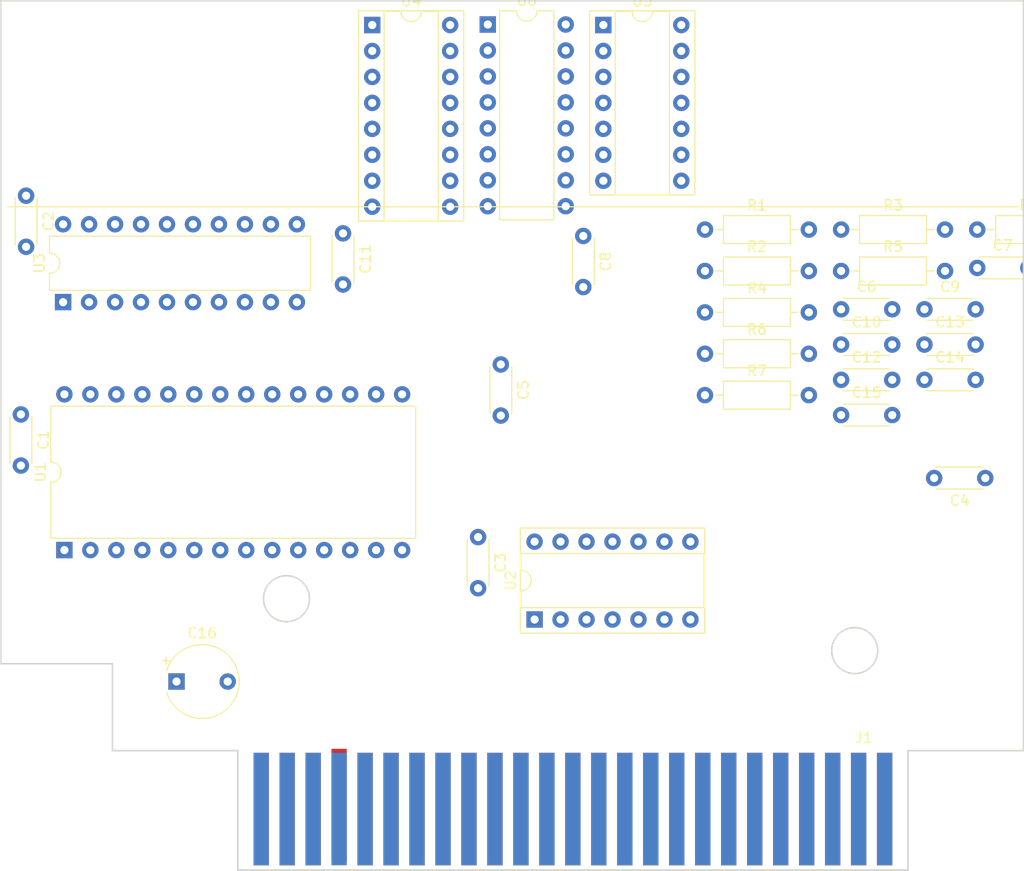
<source format=kicad_pcb>
(kicad_pcb (version 20171130) (host pcbnew "(5.1.5)-3")

  (general
    (thickness 1.6)
    (drawings 15)
    (tracks 0)
    (zones 0)
    (modules 31)
    (nets 48)
  )

  (page A4)
  (layers
    (0 F.Cu signal hide)
    (31 B.Cu signal)
    (32 B.Adhes user)
    (33 F.Adhes user)
    (34 B.Paste user)
    (35 F.Paste user)
    (36 B.SilkS user)
    (37 F.SilkS user)
    (38 B.Mask user)
    (39 F.Mask user)
    (40 Dwgs.User user)
    (41 Cmts.User user)
    (42 Eco1.User user)
    (43 Eco2.User user)
    (44 Edge.Cuts user)
    (45 Margin user)
    (46 B.CrtYd user)
    (47 F.CrtYd user)
    (48 B.Fab user)
    (49 F.Fab user)
  )

  (setup
    (last_trace_width 0.25)
    (user_trace_width 1.6)
    (user_trace_width 1.8)
    (user_trace_width 2)
    (trace_clearance 0.2)
    (zone_clearance 0.508)
    (zone_45_only no)
    (trace_min 0.2)
    (via_size 0.8)
    (via_drill 0.4)
    (via_min_size 0.4)
    (via_min_drill 0.3)
    (uvia_size 0.3)
    (uvia_drill 0.1)
    (uvias_allowed no)
    (uvia_min_size 0.2)
    (uvia_min_drill 0.1)
    (edge_width 0.05)
    (segment_width 0.2)
    (pcb_text_width 0.3)
    (pcb_text_size 1.5 1.5)
    (mod_edge_width 0.12)
    (mod_text_size 1 1)
    (mod_text_width 0.15)
    (pad_size 1.524 1.524)
    (pad_drill 0.762)
    (pad_to_mask_clearance 0.051)
    (solder_mask_min_width 0.25)
    (aux_axis_origin 0 0)
    (visible_elements 7FFFFFFF)
    (pcbplotparams
      (layerselection 0x010fc_ffffffff)
      (usegerberextensions false)
      (usegerberattributes false)
      (usegerberadvancedattributes false)
      (creategerberjobfile false)
      (excludeedgelayer true)
      (linewidth 0.100000)
      (plotframeref false)
      (viasonmask false)
      (mode 1)
      (useauxorigin false)
      (hpglpennumber 1)
      (hpglpenspeed 20)
      (hpglpendiameter 15.000000)
      (psnegative false)
      (psa4output false)
      (plotreference true)
      (plotvalue true)
      (plotinvisibletext false)
      (padsonsilk false)
      (subtractmaskfromsilk false)
      (outputformat 1)
      (mirror false)
      (drillshape 0)
      (scaleselection 1)
      (outputdirectory "gerber/"))
  )

  (net 0 "")
  (net 1 A10)
  (net 2 A6)
  (net 3 A8)
  (net 4 A13)
  (net 5 A0)
  (net 6 A2)
  (net 7 A4)
  (net 8 D0)
  (net 9 D2)
  (net 10 D4)
  (net 11 D6)
  (net 12 "Net-(J1-Pad44)")
  (net 13 5V)
  (net 14 GND)
  (net 15 D7)
  (net 16 D5)
  (net 17 D3)
  (net 18 D1)
  (net 19 A5)
  (net 20 A3)
  (net 21 A1)
  (net 22 A12)
  (net 23 A7)
  (net 24 A11)
  (net 25 A9)
  (net 26 A14)
  (net 27 _CS12)
  (net 28 DB0_PIN1)
  (net 29 DB1_PIN2)
  (net 30 DB2_PIN3)
  (net 31 DB3_PIN4)
  (net 32 DB4_PIN5)
  (net 33 DB5_PIN6)
  (net 34 DB6_PIN7)
  (net 35 DB7_PIN8)
  (net 36 _SLTSL)
  (net 37 _RD)
  (net 38 A15)
  (net 39 _WR)
  (net 40 _ROMOE)
  (net 41 "Net-(U2-Pad8)")
  (net 42 _SWITCH_ENABLE)
  (net 43 _RDB_PIN11)
  (net 44 "Net-(U4-Pad13)")
  (net 45 "Net-(U4-Pad12)")
  (net 46 "Net-(U4-Pad11)")
  (net 47 "Net-(U4-Pad10)")

  (net_class Default "This is the default net class."
    (clearance 0.2)
    (trace_width 0.25)
    (via_dia 0.8)
    (via_drill 0.4)
    (uvia_dia 0.3)
    (uvia_drill 0.1)
    (add_net A0)
    (add_net A1)
    (add_net A10)
    (add_net A11)
    (add_net A12)
    (add_net A13)
    (add_net A14)
    (add_net A15)
    (add_net A2)
    (add_net A3)
    (add_net A4)
    (add_net A5)
    (add_net A6)
    (add_net A7)
    (add_net A8)
    (add_net A9)
    (add_net AB0_PIN12)
    (add_net AB1_PIN13)
    (add_net D0)
    (add_net D1)
    (add_net D2)
    (add_net D3)
    (add_net D4)
    (add_net D5)
    (add_net D6)
    (add_net D7)
    (add_net DB0_PIN1)
    (add_net DB1_PIN2)
    (add_net DB2_PIN3)
    (add_net DB3_PIN4)
    (add_net DB4_PIN5)
    (add_net DB5_PIN6)
    (add_net DB6_PIN7)
    (add_net DB7_PIN8)
    (add_net "Net-(J1-Pad1)")
    (add_net "Net-(J1-Pad10)")
    (add_net "Net-(J1-Pad11)")
    (add_net "Net-(J1-Pad12)")
    (add_net "Net-(J1-Pad15)")
    (add_net "Net-(J1-Pad16)")
    (add_net "Net-(J1-Pad2)")
    (add_net "Net-(J1-Pad42)")
    (add_net "Net-(J1-Pad44)")
    (add_net "Net-(J1-Pad48)")
    (add_net "Net-(J1-Pad49)")
    (add_net "Net-(J1-Pad5)")
    (add_net "Net-(J1-Pad50)")
    (add_net "Net-(J1-Pad6)")
    (add_net "Net-(J1-Pad7)")
    (add_net "Net-(J1-Pad8)")
    (add_net "Net-(J1-Pad9)")
    (add_net "Net-(U2-Pad8)")
    (add_net "Net-(U4-Pad10)")
    (add_net "Net-(U4-Pad11)")
    (add_net "Net-(U4-Pad12)")
    (add_net "Net-(U4-Pad13)")
    (add_net "Net-(U4-Pad14)")
    (add_net "Net-(U4-Pad15)")
    (add_net "Net-(U4-Pad7)")
    (add_net "Net-(U4-Pad9)")
    (add_net PIN14)
    (add_net PIN9)
    (add_net _CS12)
    (add_net _RD)
    (add_net _RDB_PIN11)
    (add_net _ROMOE)
    (add_net _SLTSL)
    (add_net _SWITCH_ENABLE)
    (add_net _WR)
    (add_net _WRB_PIN10)
  )

  (net_class Power ""
    (clearance 0.4)
    (trace_width 1.5)
    (via_dia 2)
    (via_drill 1)
    (uvia_dia 0.3)
    (uvia_drill 0.1)
    (add_net 5V)
    (add_net GND)
  )

  (module Package_DIP:DIP-16_W7.62mm (layer F.Cu) (tedit 5A02E8C5) (tstamp 605A72E2)
    (at 166.621 59.3225)
    (descr "16-lead though-hole mounted DIP package, row spacing 7.62 mm (300 mils)")
    (tags "THT DIP DIL PDIP 2.54mm 7.62mm 300mil")
    (path /605BF0F2)
    (fp_text reference U6 (at 3.81 -2.33) (layer F.SilkS)
      (effects (font (size 1 1) (thickness 0.15)))
    )
    (fp_text value 74LS367 (at 3.81 20.11) (layer F.Fab)
      (effects (font (size 1 1) (thickness 0.15)))
    )
    (fp_text user %R (at 3.81 8.89) (layer F.Fab)
      (effects (font (size 1 1) (thickness 0.15)))
    )
    (fp_line (start 8.7 -1.55) (end -1.1 -1.55) (layer F.CrtYd) (width 0.05))
    (fp_line (start 8.7 19.3) (end 8.7 -1.55) (layer F.CrtYd) (width 0.05))
    (fp_line (start -1.1 19.3) (end 8.7 19.3) (layer F.CrtYd) (width 0.05))
    (fp_line (start -1.1 -1.55) (end -1.1 19.3) (layer F.CrtYd) (width 0.05))
    (fp_line (start 6.46 -1.33) (end 4.81 -1.33) (layer F.SilkS) (width 0.12))
    (fp_line (start 6.46 19.11) (end 6.46 -1.33) (layer F.SilkS) (width 0.12))
    (fp_line (start 1.16 19.11) (end 6.46 19.11) (layer F.SilkS) (width 0.12))
    (fp_line (start 1.16 -1.33) (end 1.16 19.11) (layer F.SilkS) (width 0.12))
    (fp_line (start 2.81 -1.33) (end 1.16 -1.33) (layer F.SilkS) (width 0.12))
    (fp_line (start 0.635 -0.27) (end 1.635 -1.27) (layer F.Fab) (width 0.1))
    (fp_line (start 0.635 19.05) (end 0.635 -0.27) (layer F.Fab) (width 0.1))
    (fp_line (start 6.985 19.05) (end 0.635 19.05) (layer F.Fab) (width 0.1))
    (fp_line (start 6.985 -1.27) (end 6.985 19.05) (layer F.Fab) (width 0.1))
    (fp_line (start 1.635 -1.27) (end 6.985 -1.27) (layer F.Fab) (width 0.1))
    (fp_arc (start 3.81 -1.33) (end 2.81 -1.33) (angle -180) (layer F.SilkS) (width 0.12))
    (pad 16 thru_hole oval (at 7.62 0) (size 1.6 1.6) (drill 0.8) (layers *.Cu *.Mask)
      (net 13 5V))
    (pad 8 thru_hole oval (at 0 17.78) (size 1.6 1.6) (drill 0.8) (layers *.Cu *.Mask)
      (net 14 GND))
    (pad 15 thru_hole oval (at 7.62 2.54) (size 1.6 1.6) (drill 0.8) (layers *.Cu *.Mask)
      (net 14 GND))
    (pad 7 thru_hole oval (at 0 15.24) (size 1.6 1.6) (drill 0.8) (layers *.Cu *.Mask))
    (pad 14 thru_hole oval (at 7.62 5.08) (size 1.6 1.6) (drill 0.8) (layers *.Cu *.Mask)
      (net 39 _WR))
    (pad 6 thru_hole oval (at 0 12.7) (size 1.6 1.6) (drill 0.8) (layers *.Cu *.Mask)
      (net 21 A1))
    (pad 13 thru_hole oval (at 7.62 7.62) (size 1.6 1.6) (drill 0.8) (layers *.Cu *.Mask))
    (pad 5 thru_hole oval (at 0 10.16) (size 1.6 1.6) (drill 0.8) (layers *.Cu *.Mask)
      (net 43 _RDB_PIN11))
    (pad 12 thru_hole oval (at 7.62 10.16) (size 1.6 1.6) (drill 0.8) (layers *.Cu *.Mask)
      (net 5 A0))
    (pad 4 thru_hole oval (at 0 7.62) (size 1.6 1.6) (drill 0.8) (layers *.Cu *.Mask)
      (net 37 _RD))
    (pad 11 thru_hole oval (at 7.62 12.7) (size 1.6 1.6) (drill 0.8) (layers *.Cu *.Mask))
    (pad 3 thru_hole oval (at 0 5.08) (size 1.6 1.6) (drill 0.8) (layers *.Cu *.Mask))
    (pad 10 thru_hole oval (at 7.62 15.24) (size 1.6 1.6) (drill 0.8) (layers *.Cu *.Mask)
      (net 46 "Net-(U4-Pad11)"))
    (pad 2 thru_hole oval (at 0 2.54) (size 1.6 1.6) (drill 0.8) (layers *.Cu *.Mask)
      (net 44 "Net-(U4-Pad13)"))
    (pad 9 thru_hole oval (at 7.62 17.78) (size 1.6 1.6) (drill 0.8) (layers *.Cu *.Mask))
    (pad 1 thru_hole rect (at 0 0) (size 1.6 1.6) (drill 0.8) (layers *.Cu *.Mask)
      (net 14 GND))
    (model ${KISYS3DMOD}/Package_DIP.3dshapes/DIP-16_W7.62mm.wrl
      (at (xyz 0 0 0))
      (scale (xyz 1 1 1))
      (rotate (xyz 0 0 0))
    )
  )

  (module Package_DIP:DIP-14_W7.62mm_Socket (layer F.Cu) (tedit 5A02E8C5) (tstamp 605A72BE)
    (at 177.921 59.3725)
    (descr "14-lead though-hole mounted DIP package, row spacing 7.62 mm (300 mils), Socket")
    (tags "THT DIP DIL PDIP 2.54mm 7.62mm 300mil Socket")
    (path /605C9A99)
    (fp_text reference U5 (at 3.81 -2.33) (layer F.SilkS)
      (effects (font (size 1 1) (thickness 0.15)))
    )
    (fp_text value 74LS08 (at 3.81 17.57) (layer F.Fab)
      (effects (font (size 1 1) (thickness 0.15)))
    )
    (fp_text user %R (at 3.81 7.62) (layer F.Fab)
      (effects (font (size 1 1) (thickness 0.15)))
    )
    (fp_line (start 9.15 -1.6) (end -1.55 -1.6) (layer F.CrtYd) (width 0.05))
    (fp_line (start 9.15 16.85) (end 9.15 -1.6) (layer F.CrtYd) (width 0.05))
    (fp_line (start -1.55 16.85) (end 9.15 16.85) (layer F.CrtYd) (width 0.05))
    (fp_line (start -1.55 -1.6) (end -1.55 16.85) (layer F.CrtYd) (width 0.05))
    (fp_line (start 8.95 -1.39) (end -1.33 -1.39) (layer F.SilkS) (width 0.12))
    (fp_line (start 8.95 16.63) (end 8.95 -1.39) (layer F.SilkS) (width 0.12))
    (fp_line (start -1.33 16.63) (end 8.95 16.63) (layer F.SilkS) (width 0.12))
    (fp_line (start -1.33 -1.39) (end -1.33 16.63) (layer F.SilkS) (width 0.12))
    (fp_line (start 6.46 -1.33) (end 4.81 -1.33) (layer F.SilkS) (width 0.12))
    (fp_line (start 6.46 16.57) (end 6.46 -1.33) (layer F.SilkS) (width 0.12))
    (fp_line (start 1.16 16.57) (end 6.46 16.57) (layer F.SilkS) (width 0.12))
    (fp_line (start 1.16 -1.33) (end 1.16 16.57) (layer F.SilkS) (width 0.12))
    (fp_line (start 2.81 -1.33) (end 1.16 -1.33) (layer F.SilkS) (width 0.12))
    (fp_line (start 8.89 -1.33) (end -1.27 -1.33) (layer F.Fab) (width 0.1))
    (fp_line (start 8.89 16.57) (end 8.89 -1.33) (layer F.Fab) (width 0.1))
    (fp_line (start -1.27 16.57) (end 8.89 16.57) (layer F.Fab) (width 0.1))
    (fp_line (start -1.27 -1.33) (end -1.27 16.57) (layer F.Fab) (width 0.1))
    (fp_line (start 0.635 -0.27) (end 1.635 -1.27) (layer F.Fab) (width 0.1))
    (fp_line (start 0.635 16.51) (end 0.635 -0.27) (layer F.Fab) (width 0.1))
    (fp_line (start 6.985 16.51) (end 0.635 16.51) (layer F.Fab) (width 0.1))
    (fp_line (start 6.985 -1.27) (end 6.985 16.51) (layer F.Fab) (width 0.1))
    (fp_line (start 1.635 -1.27) (end 6.985 -1.27) (layer F.Fab) (width 0.1))
    (fp_arc (start 3.81 -1.33) (end 2.81 -1.33) (angle -180) (layer F.SilkS) (width 0.12))
    (pad 14 thru_hole oval (at 7.62 0) (size 1.6 1.6) (drill 0.8) (layers *.Cu *.Mask)
      (net 13 5V))
    (pad 7 thru_hole oval (at 0 15.24) (size 1.6 1.6) (drill 0.8) (layers *.Cu *.Mask)
      (net 14 GND))
    (pad 13 thru_hole oval (at 7.62 2.54) (size 1.6 1.6) (drill 0.8) (layers *.Cu *.Mask))
    (pad 6 thru_hole oval (at 0 12.7) (size 1.6 1.6) (drill 0.8) (layers *.Cu *.Mask)
      (net 42 _SWITCH_ENABLE))
    (pad 12 thru_hole oval (at 7.62 5.08) (size 1.6 1.6) (drill 0.8) (layers *.Cu *.Mask))
    (pad 5 thru_hole oval (at 0 10.16) (size 1.6 1.6) (drill 0.8) (layers *.Cu *.Mask)
      (net 44 "Net-(U4-Pad13)"))
    (pad 11 thru_hole oval (at 7.62 7.62) (size 1.6 1.6) (drill 0.8) (layers *.Cu *.Mask))
    (pad 4 thru_hole oval (at 0 7.62) (size 1.6 1.6) (drill 0.8) (layers *.Cu *.Mask)
      (net 46 "Net-(U4-Pad11)"))
    (pad 10 thru_hole oval (at 7.62 10.16) (size 1.6 1.6) (drill 0.8) (layers *.Cu *.Mask))
    (pad 3 thru_hole oval (at 0 5.08) (size 1.6 1.6) (drill 0.8) (layers *.Cu *.Mask)
      (net 40 _ROMOE))
    (pad 9 thru_hole oval (at 7.62 12.7) (size 1.6 1.6) (drill 0.8) (layers *.Cu *.Mask))
    (pad 2 thru_hole oval (at 0 2.54) (size 1.6 1.6) (drill 0.8) (layers *.Cu *.Mask)
      (net 47 "Net-(U4-Pad10)"))
    (pad 8 thru_hole oval (at 7.62 15.24) (size 1.6 1.6) (drill 0.8) (layers *.Cu *.Mask))
    (pad 1 thru_hole rect (at 0 0) (size 1.6 1.6) (drill 0.8) (layers *.Cu *.Mask)
      (net 45 "Net-(U4-Pad12)"))
    (model ${KISYS3DMOD}/Package_DIP.3dshapes/DIP-14_W7.62mm_Socket.wrl
      (at (xyz 0 0 0))
      (scale (xyz 1 1 1))
      (rotate (xyz 0 0 0))
    )
  )

  (module Package_DIP:DIP-16_W7.62mm_Socket (layer F.Cu) (tedit 5A02E8C5) (tstamp 605A7294)
    (at 155.321 59.3725)
    (descr "16-lead though-hole mounted DIP package, row spacing 7.62 mm (300 mils), Socket")
    (tags "THT DIP DIL PDIP 2.54mm 7.62mm 300mil Socket")
    (path /605CD9D7)
    (fp_text reference U4 (at 3.81 -2.33) (layer F.SilkS)
      (effects (font (size 1 1) (thickness 0.15)))
    )
    (fp_text value 74LS138 (at 3.81 20.11) (layer F.Fab)
      (effects (font (size 1 1) (thickness 0.15)))
    )
    (fp_text user %R (at 3.81 8.89) (layer F.Fab)
      (effects (font (size 1 1) (thickness 0.15)))
    )
    (fp_line (start 9.15 -1.6) (end -1.55 -1.6) (layer F.CrtYd) (width 0.05))
    (fp_line (start 9.15 19.4) (end 9.15 -1.6) (layer F.CrtYd) (width 0.05))
    (fp_line (start -1.55 19.4) (end 9.15 19.4) (layer F.CrtYd) (width 0.05))
    (fp_line (start -1.55 -1.6) (end -1.55 19.4) (layer F.CrtYd) (width 0.05))
    (fp_line (start 8.95 -1.39) (end -1.33 -1.39) (layer F.SilkS) (width 0.12))
    (fp_line (start 8.95 19.17) (end 8.95 -1.39) (layer F.SilkS) (width 0.12))
    (fp_line (start -1.33 19.17) (end 8.95 19.17) (layer F.SilkS) (width 0.12))
    (fp_line (start -1.33 -1.39) (end -1.33 19.17) (layer F.SilkS) (width 0.12))
    (fp_line (start 6.46 -1.33) (end 4.81 -1.33) (layer F.SilkS) (width 0.12))
    (fp_line (start 6.46 19.11) (end 6.46 -1.33) (layer F.SilkS) (width 0.12))
    (fp_line (start 1.16 19.11) (end 6.46 19.11) (layer F.SilkS) (width 0.12))
    (fp_line (start 1.16 -1.33) (end 1.16 19.11) (layer F.SilkS) (width 0.12))
    (fp_line (start 2.81 -1.33) (end 1.16 -1.33) (layer F.SilkS) (width 0.12))
    (fp_line (start 8.89 -1.33) (end -1.27 -1.33) (layer F.Fab) (width 0.1))
    (fp_line (start 8.89 19.11) (end 8.89 -1.33) (layer F.Fab) (width 0.1))
    (fp_line (start -1.27 19.11) (end 8.89 19.11) (layer F.Fab) (width 0.1))
    (fp_line (start -1.27 -1.33) (end -1.27 19.11) (layer F.Fab) (width 0.1))
    (fp_line (start 0.635 -0.27) (end 1.635 -1.27) (layer F.Fab) (width 0.1))
    (fp_line (start 0.635 19.05) (end 0.635 -0.27) (layer F.Fab) (width 0.1))
    (fp_line (start 6.985 19.05) (end 0.635 19.05) (layer F.Fab) (width 0.1))
    (fp_line (start 6.985 -1.27) (end 6.985 19.05) (layer F.Fab) (width 0.1))
    (fp_line (start 1.635 -1.27) (end 6.985 -1.27) (layer F.Fab) (width 0.1))
    (fp_arc (start 3.81 -1.33) (end 2.81 -1.33) (angle -180) (layer F.SilkS) (width 0.12))
    (pad 16 thru_hole oval (at 7.62 0) (size 1.6 1.6) (drill 0.8) (layers *.Cu *.Mask)
      (net 13 5V))
    (pad 8 thru_hole oval (at 0 17.78) (size 1.6 1.6) (drill 0.8) (layers *.Cu *.Mask)
      (net 14 GND))
    (pad 15 thru_hole oval (at 7.62 2.54) (size 1.6 1.6) (drill 0.8) (layers *.Cu *.Mask))
    (pad 7 thru_hole oval (at 0 15.24) (size 1.6 1.6) (drill 0.8) (layers *.Cu *.Mask))
    (pad 14 thru_hole oval (at 7.62 5.08) (size 1.6 1.6) (drill 0.8) (layers *.Cu *.Mask))
    (pad 6 thru_hole oval (at 0 12.7) (size 1.6 1.6) (drill 0.8) (layers *.Cu *.Mask)
      (net 13 5V))
    (pad 13 thru_hole oval (at 7.62 7.62) (size 1.6 1.6) (drill 0.8) (layers *.Cu *.Mask)
      (net 44 "Net-(U4-Pad13)"))
    (pad 5 thru_hole oval (at 0 10.16) (size 1.6 1.6) (drill 0.8) (layers *.Cu *.Mask)
      (net 36 _SLTSL))
    (pad 12 thru_hole oval (at 7.62 10.16) (size 1.6 1.6) (drill 0.8) (layers *.Cu *.Mask)
      (net 45 "Net-(U4-Pad12)"))
    (pad 4 thru_hole oval (at 0 7.62) (size 1.6 1.6) (drill 0.8) (layers *.Cu *.Mask)
      (net 14 GND))
    (pad 11 thru_hole oval (at 7.62 12.7) (size 1.6 1.6) (drill 0.8) (layers *.Cu *.Mask)
      (net 46 "Net-(U4-Pad11)"))
    (pad 3 thru_hole oval (at 0 5.08) (size 1.6 1.6) (drill 0.8) (layers *.Cu *.Mask)
      (net 38 A15))
    (pad 10 thru_hole oval (at 7.62 15.24) (size 1.6 1.6) (drill 0.8) (layers *.Cu *.Mask)
      (net 47 "Net-(U4-Pad10)"))
    (pad 2 thru_hole oval (at 0 2.54) (size 1.6 1.6) (drill 0.8) (layers *.Cu *.Mask)
      (net 26 A14))
    (pad 9 thru_hole oval (at 7.62 17.78) (size 1.6 1.6) (drill 0.8) (layers *.Cu *.Mask))
    (pad 1 thru_hole rect (at 0 0) (size 1.6 1.6) (drill 0.8) (layers *.Cu *.Mask)
      (net 41 "Net-(U2-Pad8)"))
    (model ${KISYS3DMOD}/Package_DIP.3dshapes/DIP-16_W7.62mm_Socket.wrl
      (at (xyz 0 0 0))
      (scale (xyz 1 1 1))
      (rotate (xyz 0 0 0))
    )
  )

  (module Package_DIP:DIP-14_W7.62mm_Socket (layer F.Cu) (tedit 5A02E8C5) (tstamp 5FEB9835)
    (at 171.196 117.538 90)
    (descr "14-lead though-hole mounted DIP package, row spacing 7.62 mm (300 mils), Socket")
    (tags "THT DIP DIL PDIP 2.54mm 7.62mm 300mil Socket")
    (path /5FEDE3AB)
    (fp_text reference U2 (at 3.81 -2.33 90) (layer F.SilkS)
      (effects (font (size 1 1) (thickness 0.15)))
    )
    (fp_text value 74LS30 (at 3.81 17.57 90) (layer F.Fab)
      (effects (font (size 1 1) (thickness 0.15)))
    )
    (fp_text user %R (at 3.81 7.62 90) (layer F.Fab)
      (effects (font (size 1 1) (thickness 0.15)))
    )
    (fp_line (start 9.15 -1.6) (end -1.55 -1.6) (layer F.CrtYd) (width 0.05))
    (fp_line (start 9.15 16.85) (end 9.15 -1.6) (layer F.CrtYd) (width 0.05))
    (fp_line (start -1.55 16.85) (end 9.15 16.85) (layer F.CrtYd) (width 0.05))
    (fp_line (start -1.55 -1.6) (end -1.55 16.85) (layer F.CrtYd) (width 0.05))
    (fp_line (start 8.95 -1.39) (end -1.33 -1.39) (layer F.SilkS) (width 0.12))
    (fp_line (start 8.95 16.63) (end 8.95 -1.39) (layer F.SilkS) (width 0.12))
    (fp_line (start -1.33 16.63) (end 8.95 16.63) (layer F.SilkS) (width 0.12))
    (fp_line (start -1.33 -1.39) (end -1.33 16.63) (layer F.SilkS) (width 0.12))
    (fp_line (start 6.46 -1.33) (end 4.81 -1.33) (layer F.SilkS) (width 0.12))
    (fp_line (start 6.46 16.57) (end 6.46 -1.33) (layer F.SilkS) (width 0.12))
    (fp_line (start 1.16 16.57) (end 6.46 16.57) (layer F.SilkS) (width 0.12))
    (fp_line (start 1.16 -1.33) (end 1.16 16.57) (layer F.SilkS) (width 0.12))
    (fp_line (start 2.81 -1.33) (end 1.16 -1.33) (layer F.SilkS) (width 0.12))
    (fp_line (start 8.89 -1.33) (end -1.27 -1.33) (layer F.Fab) (width 0.1))
    (fp_line (start 8.89 16.57) (end 8.89 -1.33) (layer F.Fab) (width 0.1))
    (fp_line (start -1.27 16.57) (end 8.89 16.57) (layer F.Fab) (width 0.1))
    (fp_line (start -1.27 -1.33) (end -1.27 16.57) (layer F.Fab) (width 0.1))
    (fp_line (start 0.635 -0.27) (end 1.635 -1.27) (layer F.Fab) (width 0.1))
    (fp_line (start 0.635 16.51) (end 0.635 -0.27) (layer F.Fab) (width 0.1))
    (fp_line (start 6.985 16.51) (end 0.635 16.51) (layer F.Fab) (width 0.1))
    (fp_line (start 6.985 -1.27) (end 6.985 16.51) (layer F.Fab) (width 0.1))
    (fp_line (start 1.635 -1.27) (end 6.985 -1.27) (layer F.Fab) (width 0.1))
    (fp_arc (start 3.81 -1.33) (end 2.81 -1.33) (angle -180) (layer F.SilkS) (width 0.12))
    (pad 14 thru_hole oval (at 7.62 0 90) (size 1.6 1.6) (drill 0.8) (layers *.Cu *.Mask)
      (net 13 5V))
    (pad 7 thru_hole oval (at 0 15.24 90) (size 1.6 1.6) (drill 0.8) (layers *.Cu *.Mask)
      (net 14 GND))
    (pad 13 thru_hole oval (at 7.62 2.54 90) (size 1.6 1.6) (drill 0.8) (layers *.Cu *.Mask))
    (pad 6 thru_hole oval (at 0 12.7 90) (size 1.6 1.6) (drill 0.8) (layers *.Cu *.Mask)
      (net 3 A8))
    (pad 12 thru_hole oval (at 7.62 5.08 90) (size 1.6 1.6) (drill 0.8) (layers *.Cu *.Mask)
      (net 2 A6))
    (pad 5 thru_hole oval (at 0 10.16 90) (size 1.6 1.6) (drill 0.8) (layers *.Cu *.Mask)
      (net 25 A9))
    (pad 11 thru_hole oval (at 7.62 7.62 90) (size 1.6 1.6) (drill 0.8) (layers *.Cu *.Mask)
      (net 23 A7))
    (pad 4 thru_hole oval (at 0 7.62 90) (size 1.6 1.6) (drill 0.8) (layers *.Cu *.Mask)
      (net 1 A10))
    (pad 10 thru_hole oval (at 7.62 10.16 90) (size 1.6 1.6) (drill 0.8) (layers *.Cu *.Mask))
    (pad 3 thru_hole oval (at 0 5.08 90) (size 1.6 1.6) (drill 0.8) (layers *.Cu *.Mask)
      (net 24 A11))
    (pad 9 thru_hole oval (at 7.62 12.7 90) (size 1.6 1.6) (drill 0.8) (layers *.Cu *.Mask))
    (pad 2 thru_hole oval (at 0 2.54 90) (size 1.6 1.6) (drill 0.8) (layers *.Cu *.Mask)
      (net 22 A12))
    (pad 8 thru_hole oval (at 7.62 15.24 90) (size 1.6 1.6) (drill 0.8) (layers *.Cu *.Mask)
      (net 41 "Net-(U2-Pad8)"))
    (pad 1 thru_hole rect (at 0 0 90) (size 1.6 1.6) (drill 0.8) (layers *.Cu *.Mask)
      (net 4 A13))
    (model ${KISYS3DMOD}/Package_DIP.3dshapes/DIP-14_W7.62mm_Socket.wrl
      (at (xyz 0 0 0))
      (scale (xyz 1 1 1))
      (rotate (xyz 0 0 0))
    )
  )

  (module Resistor_THT:R_Axial_DIN0207_L6.3mm_D2.5mm_P10.16mm_Horizontal (layer F.Cu) (tedit 5AE5139B) (tstamp 605A5C0A)
    (at 214.478 79.3855)
    (descr "Resistor, Axial_DIN0207 series, Axial, Horizontal, pin pitch=10.16mm, 0.25W = 1/4W, length*diameter=6.3*2.5mm^2, http://cdn-reichelt.de/documents/datenblatt/B400/1_4W%23YAG.pdf")
    (tags "Resistor Axial_DIN0207 series Axial Horizontal pin pitch 10.16mm 0.25W = 1/4W length 6.3mm diameter 2.5mm")
    (path /605D4FB5)
    (fp_text reference R8 (at 5.08 -2.37) (layer F.SilkS)
      (effects (font (size 1 1) (thickness 0.15)))
    )
    (fp_text value 1K (at 5.08 2.37) (layer F.Fab)
      (effects (font (size 1 1) (thickness 0.15)))
    )
    (fp_text user %R (at 5.08 0) (layer F.Fab)
      (effects (font (size 1 1) (thickness 0.15)))
    )
    (fp_line (start 11.21 -1.5) (end -1.05 -1.5) (layer F.CrtYd) (width 0.05))
    (fp_line (start 11.21 1.5) (end 11.21 -1.5) (layer F.CrtYd) (width 0.05))
    (fp_line (start -1.05 1.5) (end 11.21 1.5) (layer F.CrtYd) (width 0.05))
    (fp_line (start -1.05 -1.5) (end -1.05 1.5) (layer F.CrtYd) (width 0.05))
    (fp_line (start 9.12 0) (end 8.35 0) (layer F.SilkS) (width 0.12))
    (fp_line (start 1.04 0) (end 1.81 0) (layer F.SilkS) (width 0.12))
    (fp_line (start 8.35 -1.37) (end 1.81 -1.37) (layer F.SilkS) (width 0.12))
    (fp_line (start 8.35 1.37) (end 8.35 -1.37) (layer F.SilkS) (width 0.12))
    (fp_line (start 1.81 1.37) (end 8.35 1.37) (layer F.SilkS) (width 0.12))
    (fp_line (start 1.81 -1.37) (end 1.81 1.37) (layer F.SilkS) (width 0.12))
    (fp_line (start 10.16 0) (end 8.23 0) (layer F.Fab) (width 0.1))
    (fp_line (start 0 0) (end 1.93 0) (layer F.Fab) (width 0.1))
    (fp_line (start 8.23 -1.25) (end 1.93 -1.25) (layer F.Fab) (width 0.1))
    (fp_line (start 8.23 1.25) (end 8.23 -1.25) (layer F.Fab) (width 0.1))
    (fp_line (start 1.93 1.25) (end 8.23 1.25) (layer F.Fab) (width 0.1))
    (fp_line (start 1.93 -1.25) (end 1.93 1.25) (layer F.Fab) (width 0.1))
    (pad 2 thru_hole oval (at 10.16 0) (size 1.6 1.6) (drill 0.8) (layers *.Cu *.Mask)
      (net 35 DB7_PIN8))
    (pad 1 thru_hole circle (at 0 0) (size 1.6 1.6) (drill 0.8) (layers *.Cu *.Mask)
      (net 13 5V))
    (model ${KISYS3DMOD}/Resistor_THT.3dshapes/R_Axial_DIN0207_L6.3mm_D2.5mm_P10.16mm_Horizontal.wrl
      (at (xyz 0 0 0))
      (scale (xyz 1 1 1))
      (rotate (xyz 0 0 0))
    )
  )

  (module Resistor_THT:R_Axial_DIN0207_L6.3mm_D2.5mm_P10.16mm_Horizontal (layer F.Cu) (tedit 5AE5139B) (tstamp 605A5BF3)
    (at 187.858 95.5855)
    (descr "Resistor, Axial_DIN0207 series, Axial, Horizontal, pin pitch=10.16mm, 0.25W = 1/4W, length*diameter=6.3*2.5mm^2, http://cdn-reichelt.de/documents/datenblatt/B400/1_4W%23YAG.pdf")
    (tags "Resistor Axial_DIN0207 series Axial Horizontal pin pitch 10.16mm 0.25W = 1/4W length 6.3mm diameter 2.5mm")
    (path /605D4AF1)
    (fp_text reference R7 (at 5.08 -2.37) (layer F.SilkS)
      (effects (font (size 1 1) (thickness 0.15)))
    )
    (fp_text value 1K (at 5.08 2.37) (layer F.Fab)
      (effects (font (size 1 1) (thickness 0.15)))
    )
    (fp_text user %R (at 5.08 0) (layer F.Fab)
      (effects (font (size 1 1) (thickness 0.15)))
    )
    (fp_line (start 11.21 -1.5) (end -1.05 -1.5) (layer F.CrtYd) (width 0.05))
    (fp_line (start 11.21 1.5) (end 11.21 -1.5) (layer F.CrtYd) (width 0.05))
    (fp_line (start -1.05 1.5) (end 11.21 1.5) (layer F.CrtYd) (width 0.05))
    (fp_line (start -1.05 -1.5) (end -1.05 1.5) (layer F.CrtYd) (width 0.05))
    (fp_line (start 9.12 0) (end 8.35 0) (layer F.SilkS) (width 0.12))
    (fp_line (start 1.04 0) (end 1.81 0) (layer F.SilkS) (width 0.12))
    (fp_line (start 8.35 -1.37) (end 1.81 -1.37) (layer F.SilkS) (width 0.12))
    (fp_line (start 8.35 1.37) (end 8.35 -1.37) (layer F.SilkS) (width 0.12))
    (fp_line (start 1.81 1.37) (end 8.35 1.37) (layer F.SilkS) (width 0.12))
    (fp_line (start 1.81 -1.37) (end 1.81 1.37) (layer F.SilkS) (width 0.12))
    (fp_line (start 10.16 0) (end 8.23 0) (layer F.Fab) (width 0.1))
    (fp_line (start 0 0) (end 1.93 0) (layer F.Fab) (width 0.1))
    (fp_line (start 8.23 -1.25) (end 1.93 -1.25) (layer F.Fab) (width 0.1))
    (fp_line (start 8.23 1.25) (end 8.23 -1.25) (layer F.Fab) (width 0.1))
    (fp_line (start 1.93 1.25) (end 8.23 1.25) (layer F.Fab) (width 0.1))
    (fp_line (start 1.93 -1.25) (end 1.93 1.25) (layer F.Fab) (width 0.1))
    (pad 2 thru_hole oval (at 10.16 0) (size 1.6 1.6) (drill 0.8) (layers *.Cu *.Mask)
      (net 34 DB6_PIN7))
    (pad 1 thru_hole circle (at 0 0) (size 1.6 1.6) (drill 0.8) (layers *.Cu *.Mask)
      (net 13 5V))
    (model ${KISYS3DMOD}/Resistor_THT.3dshapes/R_Axial_DIN0207_L6.3mm_D2.5mm_P10.16mm_Horizontal.wrl
      (at (xyz 0 0 0))
      (scale (xyz 1 1 1))
      (rotate (xyz 0 0 0))
    )
  )

  (module Resistor_THT:R_Axial_DIN0207_L6.3mm_D2.5mm_P10.16mm_Horizontal (layer F.Cu) (tedit 5AE5139B) (tstamp 605A5BDC)
    (at 187.858 91.5355)
    (descr "Resistor, Axial_DIN0207 series, Axial, Horizontal, pin pitch=10.16mm, 0.25W = 1/4W, length*diameter=6.3*2.5mm^2, http://cdn-reichelt.de/documents/datenblatt/B400/1_4W%23YAG.pdf")
    (tags "Resistor Axial_DIN0207 series Axial Horizontal pin pitch 10.16mm 0.25W = 1/4W length 6.3mm diameter 2.5mm")
    (path /605D4775)
    (fp_text reference R6 (at 5.08 -2.37) (layer F.SilkS)
      (effects (font (size 1 1) (thickness 0.15)))
    )
    (fp_text value 1K (at 5.08 2.37) (layer F.Fab)
      (effects (font (size 1 1) (thickness 0.15)))
    )
    (fp_text user %R (at 5.08 0) (layer F.Fab)
      (effects (font (size 1 1) (thickness 0.15)))
    )
    (fp_line (start 11.21 -1.5) (end -1.05 -1.5) (layer F.CrtYd) (width 0.05))
    (fp_line (start 11.21 1.5) (end 11.21 -1.5) (layer F.CrtYd) (width 0.05))
    (fp_line (start -1.05 1.5) (end 11.21 1.5) (layer F.CrtYd) (width 0.05))
    (fp_line (start -1.05 -1.5) (end -1.05 1.5) (layer F.CrtYd) (width 0.05))
    (fp_line (start 9.12 0) (end 8.35 0) (layer F.SilkS) (width 0.12))
    (fp_line (start 1.04 0) (end 1.81 0) (layer F.SilkS) (width 0.12))
    (fp_line (start 8.35 -1.37) (end 1.81 -1.37) (layer F.SilkS) (width 0.12))
    (fp_line (start 8.35 1.37) (end 8.35 -1.37) (layer F.SilkS) (width 0.12))
    (fp_line (start 1.81 1.37) (end 8.35 1.37) (layer F.SilkS) (width 0.12))
    (fp_line (start 1.81 -1.37) (end 1.81 1.37) (layer F.SilkS) (width 0.12))
    (fp_line (start 10.16 0) (end 8.23 0) (layer F.Fab) (width 0.1))
    (fp_line (start 0 0) (end 1.93 0) (layer F.Fab) (width 0.1))
    (fp_line (start 8.23 -1.25) (end 1.93 -1.25) (layer F.Fab) (width 0.1))
    (fp_line (start 8.23 1.25) (end 8.23 -1.25) (layer F.Fab) (width 0.1))
    (fp_line (start 1.93 1.25) (end 8.23 1.25) (layer F.Fab) (width 0.1))
    (fp_line (start 1.93 -1.25) (end 1.93 1.25) (layer F.Fab) (width 0.1))
    (pad 2 thru_hole oval (at 10.16 0) (size 1.6 1.6) (drill 0.8) (layers *.Cu *.Mask)
      (net 33 DB5_PIN6))
    (pad 1 thru_hole circle (at 0 0) (size 1.6 1.6) (drill 0.8) (layers *.Cu *.Mask)
      (net 13 5V))
    (model ${KISYS3DMOD}/Resistor_THT.3dshapes/R_Axial_DIN0207_L6.3mm_D2.5mm_P10.16mm_Horizontal.wrl
      (at (xyz 0 0 0))
      (scale (xyz 1 1 1))
      (rotate (xyz 0 0 0))
    )
  )

  (module Resistor_THT:R_Axial_DIN0207_L6.3mm_D2.5mm_P10.16mm_Horizontal (layer F.Cu) (tedit 5AE5139B) (tstamp 605A5BC5)
    (at 201.168 83.4355)
    (descr "Resistor, Axial_DIN0207 series, Axial, Horizontal, pin pitch=10.16mm, 0.25W = 1/4W, length*diameter=6.3*2.5mm^2, http://cdn-reichelt.de/documents/datenblatt/B400/1_4W%23YAG.pdf")
    (tags "Resistor Axial_DIN0207 series Axial Horizontal pin pitch 10.16mm 0.25W = 1/4W length 6.3mm diameter 2.5mm")
    (path /605D43DF)
    (fp_text reference R5 (at 5.08 -2.37) (layer F.SilkS)
      (effects (font (size 1 1) (thickness 0.15)))
    )
    (fp_text value 1K (at 5.08 2.37) (layer F.Fab)
      (effects (font (size 1 1) (thickness 0.15)))
    )
    (fp_text user %R (at 5.08 0) (layer F.Fab)
      (effects (font (size 1 1) (thickness 0.15)))
    )
    (fp_line (start 11.21 -1.5) (end -1.05 -1.5) (layer F.CrtYd) (width 0.05))
    (fp_line (start 11.21 1.5) (end 11.21 -1.5) (layer F.CrtYd) (width 0.05))
    (fp_line (start -1.05 1.5) (end 11.21 1.5) (layer F.CrtYd) (width 0.05))
    (fp_line (start -1.05 -1.5) (end -1.05 1.5) (layer F.CrtYd) (width 0.05))
    (fp_line (start 9.12 0) (end 8.35 0) (layer F.SilkS) (width 0.12))
    (fp_line (start 1.04 0) (end 1.81 0) (layer F.SilkS) (width 0.12))
    (fp_line (start 8.35 -1.37) (end 1.81 -1.37) (layer F.SilkS) (width 0.12))
    (fp_line (start 8.35 1.37) (end 8.35 -1.37) (layer F.SilkS) (width 0.12))
    (fp_line (start 1.81 1.37) (end 8.35 1.37) (layer F.SilkS) (width 0.12))
    (fp_line (start 1.81 -1.37) (end 1.81 1.37) (layer F.SilkS) (width 0.12))
    (fp_line (start 10.16 0) (end 8.23 0) (layer F.Fab) (width 0.1))
    (fp_line (start 0 0) (end 1.93 0) (layer F.Fab) (width 0.1))
    (fp_line (start 8.23 -1.25) (end 1.93 -1.25) (layer F.Fab) (width 0.1))
    (fp_line (start 8.23 1.25) (end 8.23 -1.25) (layer F.Fab) (width 0.1))
    (fp_line (start 1.93 1.25) (end 8.23 1.25) (layer F.Fab) (width 0.1))
    (fp_line (start 1.93 -1.25) (end 1.93 1.25) (layer F.Fab) (width 0.1))
    (pad 2 thru_hole oval (at 10.16 0) (size 1.6 1.6) (drill 0.8) (layers *.Cu *.Mask)
      (net 32 DB4_PIN5))
    (pad 1 thru_hole circle (at 0 0) (size 1.6 1.6) (drill 0.8) (layers *.Cu *.Mask)
      (net 13 5V))
    (model ${KISYS3DMOD}/Resistor_THT.3dshapes/R_Axial_DIN0207_L6.3mm_D2.5mm_P10.16mm_Horizontal.wrl
      (at (xyz 0 0 0))
      (scale (xyz 1 1 1))
      (rotate (xyz 0 0 0))
    )
  )

  (module Resistor_THT:R_Axial_DIN0207_L6.3mm_D2.5mm_P10.16mm_Horizontal (layer F.Cu) (tedit 5AE5139B) (tstamp 605A5BAE)
    (at 187.858 87.4855)
    (descr "Resistor, Axial_DIN0207 series, Axial, Horizontal, pin pitch=10.16mm, 0.25W = 1/4W, length*diameter=6.3*2.5mm^2, http://cdn-reichelt.de/documents/datenblatt/B400/1_4W%23YAG.pdf")
    (tags "Resistor Axial_DIN0207 series Axial Horizontal pin pitch 10.16mm 0.25W = 1/4W length 6.3mm diameter 2.5mm")
    (path /605D3FFA)
    (fp_text reference R4 (at 5.08 -2.37) (layer F.SilkS)
      (effects (font (size 1 1) (thickness 0.15)))
    )
    (fp_text value 1K (at 5.08 2.37) (layer F.Fab)
      (effects (font (size 1 1) (thickness 0.15)))
    )
    (fp_text user %R (at 5.08 0) (layer F.Fab)
      (effects (font (size 1 1) (thickness 0.15)))
    )
    (fp_line (start 11.21 -1.5) (end -1.05 -1.5) (layer F.CrtYd) (width 0.05))
    (fp_line (start 11.21 1.5) (end 11.21 -1.5) (layer F.CrtYd) (width 0.05))
    (fp_line (start -1.05 1.5) (end 11.21 1.5) (layer F.CrtYd) (width 0.05))
    (fp_line (start -1.05 -1.5) (end -1.05 1.5) (layer F.CrtYd) (width 0.05))
    (fp_line (start 9.12 0) (end 8.35 0) (layer F.SilkS) (width 0.12))
    (fp_line (start 1.04 0) (end 1.81 0) (layer F.SilkS) (width 0.12))
    (fp_line (start 8.35 -1.37) (end 1.81 -1.37) (layer F.SilkS) (width 0.12))
    (fp_line (start 8.35 1.37) (end 8.35 -1.37) (layer F.SilkS) (width 0.12))
    (fp_line (start 1.81 1.37) (end 8.35 1.37) (layer F.SilkS) (width 0.12))
    (fp_line (start 1.81 -1.37) (end 1.81 1.37) (layer F.SilkS) (width 0.12))
    (fp_line (start 10.16 0) (end 8.23 0) (layer F.Fab) (width 0.1))
    (fp_line (start 0 0) (end 1.93 0) (layer F.Fab) (width 0.1))
    (fp_line (start 8.23 -1.25) (end 1.93 -1.25) (layer F.Fab) (width 0.1))
    (fp_line (start 8.23 1.25) (end 8.23 -1.25) (layer F.Fab) (width 0.1))
    (fp_line (start 1.93 1.25) (end 8.23 1.25) (layer F.Fab) (width 0.1))
    (fp_line (start 1.93 -1.25) (end 1.93 1.25) (layer F.Fab) (width 0.1))
    (pad 2 thru_hole oval (at 10.16 0) (size 1.6 1.6) (drill 0.8) (layers *.Cu *.Mask)
      (net 31 DB3_PIN4))
    (pad 1 thru_hole circle (at 0 0) (size 1.6 1.6) (drill 0.8) (layers *.Cu *.Mask)
      (net 13 5V))
    (model ${KISYS3DMOD}/Resistor_THT.3dshapes/R_Axial_DIN0207_L6.3mm_D2.5mm_P10.16mm_Horizontal.wrl
      (at (xyz 0 0 0))
      (scale (xyz 1 1 1))
      (rotate (xyz 0 0 0))
    )
  )

  (module Resistor_THT:R_Axial_DIN0207_L6.3mm_D2.5mm_P10.16mm_Horizontal (layer F.Cu) (tedit 5AE5139B) (tstamp 605A5B97)
    (at 201.168 79.3855)
    (descr "Resistor, Axial_DIN0207 series, Axial, Horizontal, pin pitch=10.16mm, 0.25W = 1/4W, length*diameter=6.3*2.5mm^2, http://cdn-reichelt.de/documents/datenblatt/B400/1_4W%23YAG.pdf")
    (tags "Resistor Axial_DIN0207 series Axial Horizontal pin pitch 10.16mm 0.25W = 1/4W length 6.3mm diameter 2.5mm")
    (path /605D3C30)
    (fp_text reference R3 (at 5.08 -2.37) (layer F.SilkS)
      (effects (font (size 1 1) (thickness 0.15)))
    )
    (fp_text value 1K (at 5.08 2.37) (layer F.Fab)
      (effects (font (size 1 1) (thickness 0.15)))
    )
    (fp_text user %R (at 5.08 0) (layer F.Fab)
      (effects (font (size 1 1) (thickness 0.15)))
    )
    (fp_line (start 11.21 -1.5) (end -1.05 -1.5) (layer F.CrtYd) (width 0.05))
    (fp_line (start 11.21 1.5) (end 11.21 -1.5) (layer F.CrtYd) (width 0.05))
    (fp_line (start -1.05 1.5) (end 11.21 1.5) (layer F.CrtYd) (width 0.05))
    (fp_line (start -1.05 -1.5) (end -1.05 1.5) (layer F.CrtYd) (width 0.05))
    (fp_line (start 9.12 0) (end 8.35 0) (layer F.SilkS) (width 0.12))
    (fp_line (start 1.04 0) (end 1.81 0) (layer F.SilkS) (width 0.12))
    (fp_line (start 8.35 -1.37) (end 1.81 -1.37) (layer F.SilkS) (width 0.12))
    (fp_line (start 8.35 1.37) (end 8.35 -1.37) (layer F.SilkS) (width 0.12))
    (fp_line (start 1.81 1.37) (end 8.35 1.37) (layer F.SilkS) (width 0.12))
    (fp_line (start 1.81 -1.37) (end 1.81 1.37) (layer F.SilkS) (width 0.12))
    (fp_line (start 10.16 0) (end 8.23 0) (layer F.Fab) (width 0.1))
    (fp_line (start 0 0) (end 1.93 0) (layer F.Fab) (width 0.1))
    (fp_line (start 8.23 -1.25) (end 1.93 -1.25) (layer F.Fab) (width 0.1))
    (fp_line (start 8.23 1.25) (end 8.23 -1.25) (layer F.Fab) (width 0.1))
    (fp_line (start 1.93 1.25) (end 8.23 1.25) (layer F.Fab) (width 0.1))
    (fp_line (start 1.93 -1.25) (end 1.93 1.25) (layer F.Fab) (width 0.1))
    (pad 2 thru_hole oval (at 10.16 0) (size 1.6 1.6) (drill 0.8) (layers *.Cu *.Mask)
      (net 30 DB2_PIN3))
    (pad 1 thru_hole circle (at 0 0) (size 1.6 1.6) (drill 0.8) (layers *.Cu *.Mask)
      (net 13 5V))
    (model ${KISYS3DMOD}/Resistor_THT.3dshapes/R_Axial_DIN0207_L6.3mm_D2.5mm_P10.16mm_Horizontal.wrl
      (at (xyz 0 0 0))
      (scale (xyz 1 1 1))
      (rotate (xyz 0 0 0))
    )
  )

  (module Resistor_THT:R_Axial_DIN0207_L6.3mm_D2.5mm_P10.16mm_Horizontal (layer F.Cu) (tedit 5AE5139B) (tstamp 605A5B80)
    (at 187.858 83.4355)
    (descr "Resistor, Axial_DIN0207 series, Axial, Horizontal, pin pitch=10.16mm, 0.25W = 1/4W, length*diameter=6.3*2.5mm^2, http://cdn-reichelt.de/documents/datenblatt/B400/1_4W%23YAG.pdf")
    (tags "Resistor Axial_DIN0207 series Axial Horizontal pin pitch 10.16mm 0.25W = 1/4W length 6.3mm diameter 2.5mm")
    (path /605D116F)
    (fp_text reference R2 (at 5.08 -2.37) (layer F.SilkS)
      (effects (font (size 1 1) (thickness 0.15)))
    )
    (fp_text value 1K (at 5.08 2.37) (layer F.Fab)
      (effects (font (size 1 1) (thickness 0.15)))
    )
    (fp_text user %R (at 5.08 0) (layer F.Fab)
      (effects (font (size 1 1) (thickness 0.15)))
    )
    (fp_line (start 11.21 -1.5) (end -1.05 -1.5) (layer F.CrtYd) (width 0.05))
    (fp_line (start 11.21 1.5) (end 11.21 -1.5) (layer F.CrtYd) (width 0.05))
    (fp_line (start -1.05 1.5) (end 11.21 1.5) (layer F.CrtYd) (width 0.05))
    (fp_line (start -1.05 -1.5) (end -1.05 1.5) (layer F.CrtYd) (width 0.05))
    (fp_line (start 9.12 0) (end 8.35 0) (layer F.SilkS) (width 0.12))
    (fp_line (start 1.04 0) (end 1.81 0) (layer F.SilkS) (width 0.12))
    (fp_line (start 8.35 -1.37) (end 1.81 -1.37) (layer F.SilkS) (width 0.12))
    (fp_line (start 8.35 1.37) (end 8.35 -1.37) (layer F.SilkS) (width 0.12))
    (fp_line (start 1.81 1.37) (end 8.35 1.37) (layer F.SilkS) (width 0.12))
    (fp_line (start 1.81 -1.37) (end 1.81 1.37) (layer F.SilkS) (width 0.12))
    (fp_line (start 10.16 0) (end 8.23 0) (layer F.Fab) (width 0.1))
    (fp_line (start 0 0) (end 1.93 0) (layer F.Fab) (width 0.1))
    (fp_line (start 8.23 -1.25) (end 1.93 -1.25) (layer F.Fab) (width 0.1))
    (fp_line (start 8.23 1.25) (end 8.23 -1.25) (layer F.Fab) (width 0.1))
    (fp_line (start 1.93 1.25) (end 8.23 1.25) (layer F.Fab) (width 0.1))
    (fp_line (start 1.93 -1.25) (end 1.93 1.25) (layer F.Fab) (width 0.1))
    (pad 2 thru_hole oval (at 10.16 0) (size 1.6 1.6) (drill 0.8) (layers *.Cu *.Mask)
      (net 29 DB1_PIN2))
    (pad 1 thru_hole circle (at 0 0) (size 1.6 1.6) (drill 0.8) (layers *.Cu *.Mask)
      (net 13 5V))
    (model ${KISYS3DMOD}/Resistor_THT.3dshapes/R_Axial_DIN0207_L6.3mm_D2.5mm_P10.16mm_Horizontal.wrl
      (at (xyz 0 0 0))
      (scale (xyz 1 1 1))
      (rotate (xyz 0 0 0))
    )
  )

  (module Resistor_THT:R_Axial_DIN0207_L6.3mm_D2.5mm_P10.16mm_Horizontal (layer F.Cu) (tedit 5AE5139B) (tstamp 605A5B69)
    (at 187.858 79.3855)
    (descr "Resistor, Axial_DIN0207 series, Axial, Horizontal, pin pitch=10.16mm, 0.25W = 1/4W, length*diameter=6.3*2.5mm^2, http://cdn-reichelt.de/documents/datenblatt/B400/1_4W%23YAG.pdf")
    (tags "Resistor Axial_DIN0207 series Axial Horizontal pin pitch 10.16mm 0.25W = 1/4W length 6.3mm diameter 2.5mm")
    (path /605D38A5)
    (fp_text reference R1 (at 5.08 -2.37) (layer F.SilkS)
      (effects (font (size 1 1) (thickness 0.15)))
    )
    (fp_text value 1K (at 5.08 2.37) (layer F.Fab)
      (effects (font (size 1 1) (thickness 0.15)))
    )
    (fp_text user %R (at 5.08 0) (layer F.Fab)
      (effects (font (size 1 1) (thickness 0.15)))
    )
    (fp_line (start 11.21 -1.5) (end -1.05 -1.5) (layer F.CrtYd) (width 0.05))
    (fp_line (start 11.21 1.5) (end 11.21 -1.5) (layer F.CrtYd) (width 0.05))
    (fp_line (start -1.05 1.5) (end 11.21 1.5) (layer F.CrtYd) (width 0.05))
    (fp_line (start -1.05 -1.5) (end -1.05 1.5) (layer F.CrtYd) (width 0.05))
    (fp_line (start 9.12 0) (end 8.35 0) (layer F.SilkS) (width 0.12))
    (fp_line (start 1.04 0) (end 1.81 0) (layer F.SilkS) (width 0.12))
    (fp_line (start 8.35 -1.37) (end 1.81 -1.37) (layer F.SilkS) (width 0.12))
    (fp_line (start 8.35 1.37) (end 8.35 -1.37) (layer F.SilkS) (width 0.12))
    (fp_line (start 1.81 1.37) (end 8.35 1.37) (layer F.SilkS) (width 0.12))
    (fp_line (start 1.81 -1.37) (end 1.81 1.37) (layer F.SilkS) (width 0.12))
    (fp_line (start 10.16 0) (end 8.23 0) (layer F.Fab) (width 0.1))
    (fp_line (start 0 0) (end 1.93 0) (layer F.Fab) (width 0.1))
    (fp_line (start 8.23 -1.25) (end 1.93 -1.25) (layer F.Fab) (width 0.1))
    (fp_line (start 8.23 1.25) (end 8.23 -1.25) (layer F.Fab) (width 0.1))
    (fp_line (start 1.93 1.25) (end 8.23 1.25) (layer F.Fab) (width 0.1))
    (fp_line (start 1.93 -1.25) (end 1.93 1.25) (layer F.Fab) (width 0.1))
    (pad 2 thru_hole oval (at 10.16 0) (size 1.6 1.6) (drill 0.8) (layers *.Cu *.Mask)
      (net 28 DB0_PIN1))
    (pad 1 thru_hole circle (at 0 0) (size 1.6 1.6) (drill 0.8) (layers *.Cu *.Mask)
      (net 13 5V))
    (model ${KISYS3DMOD}/Resistor_THT.3dshapes/R_Axial_DIN0207_L6.3mm_D2.5mm_P10.16mm_Horizontal.wrl
      (at (xyz 0 0 0))
      (scale (xyz 1 1 1))
      (rotate (xyz 0 0 0))
    )
  )

  (module Capacitor_THT:C_Disc_D4.3mm_W1.9mm_P5.00mm (layer F.Cu) (tedit 5AE50EF0) (tstamp 605A5ACE)
    (at 201.168 97.5355)
    (descr "C, Disc series, Radial, pin pitch=5.00mm, , diameter*width=4.3*1.9mm^2, Capacitor, http://www.vishay.com/docs/45233/krseries.pdf")
    (tags "C Disc series Radial pin pitch 5.00mm  diameter 4.3mm width 1.9mm Capacitor")
    (path /605DA42F)
    (fp_text reference C15 (at 2.5 -2.2) (layer F.SilkS)
      (effects (font (size 1 1) (thickness 0.15)))
    )
    (fp_text value 22p (at 2.5 2.2) (layer F.Fab)
      (effects (font (size 1 1) (thickness 0.15)))
    )
    (fp_text user %R (at 2.5 0) (layer F.Fab)
      (effects (font (size 0.86 0.86) (thickness 0.129)))
    )
    (fp_line (start 6.05 -1.2) (end -1.05 -1.2) (layer F.CrtYd) (width 0.05))
    (fp_line (start 6.05 1.2) (end 6.05 -1.2) (layer F.CrtYd) (width 0.05))
    (fp_line (start -1.05 1.2) (end 6.05 1.2) (layer F.CrtYd) (width 0.05))
    (fp_line (start -1.05 -1.2) (end -1.05 1.2) (layer F.CrtYd) (width 0.05))
    (fp_line (start 4.77 1.055) (end 4.77 1.07) (layer F.SilkS) (width 0.12))
    (fp_line (start 4.77 -1.07) (end 4.77 -1.055) (layer F.SilkS) (width 0.12))
    (fp_line (start 0.23 1.055) (end 0.23 1.07) (layer F.SilkS) (width 0.12))
    (fp_line (start 0.23 -1.07) (end 0.23 -1.055) (layer F.SilkS) (width 0.12))
    (fp_line (start 0.23 1.07) (end 4.77 1.07) (layer F.SilkS) (width 0.12))
    (fp_line (start 0.23 -1.07) (end 4.77 -1.07) (layer F.SilkS) (width 0.12))
    (fp_line (start 4.65 -0.95) (end 0.35 -0.95) (layer F.Fab) (width 0.1))
    (fp_line (start 4.65 0.95) (end 4.65 -0.95) (layer F.Fab) (width 0.1))
    (fp_line (start 0.35 0.95) (end 4.65 0.95) (layer F.Fab) (width 0.1))
    (fp_line (start 0.35 -0.95) (end 0.35 0.95) (layer F.Fab) (width 0.1))
    (pad 2 thru_hole circle (at 5 0) (size 1.6 1.6) (drill 0.8) (layers *.Cu *.Mask)
      (net 14 GND))
    (pad 1 thru_hole circle (at 0 0) (size 1.6 1.6) (drill 0.8) (layers *.Cu *.Mask)
      (net 35 DB7_PIN8))
    (model ${KISYS3DMOD}/Capacitor_THT.3dshapes/C_Disc_D4.3mm_W1.9mm_P5.00mm.wrl
      (at (xyz 0 0 0))
      (scale (xyz 1 1 1))
      (rotate (xyz 0 0 0))
    )
  )

  (module Capacitor_THT:C_Disc_D4.3mm_W1.9mm_P5.00mm (layer F.Cu) (tedit 5AE50EF0) (tstamp 605A5AB9)
    (at 209.318 94.0855)
    (descr "C, Disc series, Radial, pin pitch=5.00mm, , diameter*width=4.3*1.9mm^2, Capacitor, http://www.vishay.com/docs/45233/krseries.pdf")
    (tags "C Disc series Radial pin pitch 5.00mm  diameter 4.3mm width 1.9mm Capacitor")
    (path /605D9B3B)
    (fp_text reference C14 (at 2.5 -2.2) (layer F.SilkS)
      (effects (font (size 1 1) (thickness 0.15)))
    )
    (fp_text value 22p (at 2.5 2.2) (layer F.Fab)
      (effects (font (size 1 1) (thickness 0.15)))
    )
    (fp_text user %R (at 2.5 0) (layer F.Fab)
      (effects (font (size 0.86 0.86) (thickness 0.129)))
    )
    (fp_line (start 6.05 -1.2) (end -1.05 -1.2) (layer F.CrtYd) (width 0.05))
    (fp_line (start 6.05 1.2) (end 6.05 -1.2) (layer F.CrtYd) (width 0.05))
    (fp_line (start -1.05 1.2) (end 6.05 1.2) (layer F.CrtYd) (width 0.05))
    (fp_line (start -1.05 -1.2) (end -1.05 1.2) (layer F.CrtYd) (width 0.05))
    (fp_line (start 4.77 1.055) (end 4.77 1.07) (layer F.SilkS) (width 0.12))
    (fp_line (start 4.77 -1.07) (end 4.77 -1.055) (layer F.SilkS) (width 0.12))
    (fp_line (start 0.23 1.055) (end 0.23 1.07) (layer F.SilkS) (width 0.12))
    (fp_line (start 0.23 -1.07) (end 0.23 -1.055) (layer F.SilkS) (width 0.12))
    (fp_line (start 0.23 1.07) (end 4.77 1.07) (layer F.SilkS) (width 0.12))
    (fp_line (start 0.23 -1.07) (end 4.77 -1.07) (layer F.SilkS) (width 0.12))
    (fp_line (start 4.65 -0.95) (end 0.35 -0.95) (layer F.Fab) (width 0.1))
    (fp_line (start 4.65 0.95) (end 4.65 -0.95) (layer F.Fab) (width 0.1))
    (fp_line (start 0.35 0.95) (end 4.65 0.95) (layer F.Fab) (width 0.1))
    (fp_line (start 0.35 -0.95) (end 0.35 0.95) (layer F.Fab) (width 0.1))
    (pad 2 thru_hole circle (at 5 0) (size 1.6 1.6) (drill 0.8) (layers *.Cu *.Mask)
      (net 14 GND))
    (pad 1 thru_hole circle (at 0 0) (size 1.6 1.6) (drill 0.8) (layers *.Cu *.Mask)
      (net 34 DB6_PIN7))
    (model ${KISYS3DMOD}/Capacitor_THT.3dshapes/C_Disc_D4.3mm_W1.9mm_P5.00mm.wrl
      (at (xyz 0 0 0))
      (scale (xyz 1 1 1))
      (rotate (xyz 0 0 0))
    )
  )

  (module Capacitor_THT:C_Disc_D4.3mm_W1.9mm_P5.00mm (layer F.Cu) (tedit 5AE50EF0) (tstamp 605A5AA4)
    (at 209.318 90.6355)
    (descr "C, Disc series, Radial, pin pitch=5.00mm, , diameter*width=4.3*1.9mm^2, Capacitor, http://www.vishay.com/docs/45233/krseries.pdf")
    (tags "C Disc series Radial pin pitch 5.00mm  diameter 4.3mm width 1.9mm Capacitor")
    (path /605D91CB)
    (fp_text reference C13 (at 2.5 -2.2) (layer F.SilkS)
      (effects (font (size 1 1) (thickness 0.15)))
    )
    (fp_text value 22p (at 2.5 2.2) (layer F.Fab)
      (effects (font (size 1 1) (thickness 0.15)))
    )
    (fp_text user %R (at 2.5 0) (layer F.Fab)
      (effects (font (size 0.86 0.86) (thickness 0.129)))
    )
    (fp_line (start 6.05 -1.2) (end -1.05 -1.2) (layer F.CrtYd) (width 0.05))
    (fp_line (start 6.05 1.2) (end 6.05 -1.2) (layer F.CrtYd) (width 0.05))
    (fp_line (start -1.05 1.2) (end 6.05 1.2) (layer F.CrtYd) (width 0.05))
    (fp_line (start -1.05 -1.2) (end -1.05 1.2) (layer F.CrtYd) (width 0.05))
    (fp_line (start 4.77 1.055) (end 4.77 1.07) (layer F.SilkS) (width 0.12))
    (fp_line (start 4.77 -1.07) (end 4.77 -1.055) (layer F.SilkS) (width 0.12))
    (fp_line (start 0.23 1.055) (end 0.23 1.07) (layer F.SilkS) (width 0.12))
    (fp_line (start 0.23 -1.07) (end 0.23 -1.055) (layer F.SilkS) (width 0.12))
    (fp_line (start 0.23 1.07) (end 4.77 1.07) (layer F.SilkS) (width 0.12))
    (fp_line (start 0.23 -1.07) (end 4.77 -1.07) (layer F.SilkS) (width 0.12))
    (fp_line (start 4.65 -0.95) (end 0.35 -0.95) (layer F.Fab) (width 0.1))
    (fp_line (start 4.65 0.95) (end 4.65 -0.95) (layer F.Fab) (width 0.1))
    (fp_line (start 0.35 0.95) (end 4.65 0.95) (layer F.Fab) (width 0.1))
    (fp_line (start 0.35 -0.95) (end 0.35 0.95) (layer F.Fab) (width 0.1))
    (pad 2 thru_hole circle (at 5 0) (size 1.6 1.6) (drill 0.8) (layers *.Cu *.Mask)
      (net 14 GND))
    (pad 1 thru_hole circle (at 0 0) (size 1.6 1.6) (drill 0.8) (layers *.Cu *.Mask)
      (net 33 DB5_PIN6))
    (model ${KISYS3DMOD}/Capacitor_THT.3dshapes/C_Disc_D4.3mm_W1.9mm_P5.00mm.wrl
      (at (xyz 0 0 0))
      (scale (xyz 1 1 1))
      (rotate (xyz 0 0 0))
    )
  )

  (module Capacitor_THT:C_Disc_D4.3mm_W1.9mm_P5.00mm (layer F.Cu) (tedit 5AE50EF0) (tstamp 605A5A8F)
    (at 201.168 94.0855)
    (descr "C, Disc series, Radial, pin pitch=5.00mm, , diameter*width=4.3*1.9mm^2, Capacitor, http://www.vishay.com/docs/45233/krseries.pdf")
    (tags "C Disc series Radial pin pitch 5.00mm  diameter 4.3mm width 1.9mm Capacitor")
    (path /605D8837)
    (fp_text reference C12 (at 2.5 -2.2) (layer F.SilkS)
      (effects (font (size 1 1) (thickness 0.15)))
    )
    (fp_text value 22p (at 2.5 2.2) (layer F.Fab)
      (effects (font (size 1 1) (thickness 0.15)))
    )
    (fp_text user %R (at 2.5 0) (layer F.Fab)
      (effects (font (size 0.86 0.86) (thickness 0.129)))
    )
    (fp_line (start 6.05 -1.2) (end -1.05 -1.2) (layer F.CrtYd) (width 0.05))
    (fp_line (start 6.05 1.2) (end 6.05 -1.2) (layer F.CrtYd) (width 0.05))
    (fp_line (start -1.05 1.2) (end 6.05 1.2) (layer F.CrtYd) (width 0.05))
    (fp_line (start -1.05 -1.2) (end -1.05 1.2) (layer F.CrtYd) (width 0.05))
    (fp_line (start 4.77 1.055) (end 4.77 1.07) (layer F.SilkS) (width 0.12))
    (fp_line (start 4.77 -1.07) (end 4.77 -1.055) (layer F.SilkS) (width 0.12))
    (fp_line (start 0.23 1.055) (end 0.23 1.07) (layer F.SilkS) (width 0.12))
    (fp_line (start 0.23 -1.07) (end 0.23 -1.055) (layer F.SilkS) (width 0.12))
    (fp_line (start 0.23 1.07) (end 4.77 1.07) (layer F.SilkS) (width 0.12))
    (fp_line (start 0.23 -1.07) (end 4.77 -1.07) (layer F.SilkS) (width 0.12))
    (fp_line (start 4.65 -0.95) (end 0.35 -0.95) (layer F.Fab) (width 0.1))
    (fp_line (start 4.65 0.95) (end 4.65 -0.95) (layer F.Fab) (width 0.1))
    (fp_line (start 0.35 0.95) (end 4.65 0.95) (layer F.Fab) (width 0.1))
    (fp_line (start 0.35 -0.95) (end 0.35 0.95) (layer F.Fab) (width 0.1))
    (pad 2 thru_hole circle (at 5 0) (size 1.6 1.6) (drill 0.8) (layers *.Cu *.Mask)
      (net 14 GND))
    (pad 1 thru_hole circle (at 0 0) (size 1.6 1.6) (drill 0.8) (layers *.Cu *.Mask)
      (net 32 DB4_PIN5))
    (model ${KISYS3DMOD}/Capacitor_THT.3dshapes/C_Disc_D4.3mm_W1.9mm_P5.00mm.wrl
      (at (xyz 0 0 0))
      (scale (xyz 1 1 1))
      (rotate (xyz 0 0 0))
    )
  )

  (module Capacitor_THT:C_Disc_D4.3mm_W1.9mm_P5.00mm (layer F.Cu) (tedit 5AE50EF0) (tstamp 605A5A52)
    (at 201.168 90.6355)
    (descr "C, Disc series, Radial, pin pitch=5.00mm, , diameter*width=4.3*1.9mm^2, Capacitor, http://www.vishay.com/docs/45233/krseries.pdf")
    (tags "C Disc series Radial pin pitch 5.00mm  diameter 4.3mm width 1.9mm Capacitor")
    (path /605D7F95)
    (fp_text reference C10 (at 2.5 -2.2) (layer F.SilkS)
      (effects (font (size 1 1) (thickness 0.15)))
    )
    (fp_text value 22p (at 2.5 2.2) (layer F.Fab)
      (effects (font (size 1 1) (thickness 0.15)))
    )
    (fp_text user %R (at 2.5 0) (layer F.Fab)
      (effects (font (size 0.86 0.86) (thickness 0.129)))
    )
    (fp_line (start 6.05 -1.2) (end -1.05 -1.2) (layer F.CrtYd) (width 0.05))
    (fp_line (start 6.05 1.2) (end 6.05 -1.2) (layer F.CrtYd) (width 0.05))
    (fp_line (start -1.05 1.2) (end 6.05 1.2) (layer F.CrtYd) (width 0.05))
    (fp_line (start -1.05 -1.2) (end -1.05 1.2) (layer F.CrtYd) (width 0.05))
    (fp_line (start 4.77 1.055) (end 4.77 1.07) (layer F.SilkS) (width 0.12))
    (fp_line (start 4.77 -1.07) (end 4.77 -1.055) (layer F.SilkS) (width 0.12))
    (fp_line (start 0.23 1.055) (end 0.23 1.07) (layer F.SilkS) (width 0.12))
    (fp_line (start 0.23 -1.07) (end 0.23 -1.055) (layer F.SilkS) (width 0.12))
    (fp_line (start 0.23 1.07) (end 4.77 1.07) (layer F.SilkS) (width 0.12))
    (fp_line (start 0.23 -1.07) (end 4.77 -1.07) (layer F.SilkS) (width 0.12))
    (fp_line (start 4.65 -0.95) (end 0.35 -0.95) (layer F.Fab) (width 0.1))
    (fp_line (start 4.65 0.95) (end 4.65 -0.95) (layer F.Fab) (width 0.1))
    (fp_line (start 0.35 0.95) (end 4.65 0.95) (layer F.Fab) (width 0.1))
    (fp_line (start 0.35 -0.95) (end 0.35 0.95) (layer F.Fab) (width 0.1))
    (pad 2 thru_hole circle (at 5 0) (size 1.6 1.6) (drill 0.8) (layers *.Cu *.Mask)
      (net 14 GND))
    (pad 1 thru_hole circle (at 0 0) (size 1.6 1.6) (drill 0.8) (layers *.Cu *.Mask)
      (net 31 DB3_PIN4))
    (model ${KISYS3DMOD}/Capacitor_THT.3dshapes/C_Disc_D4.3mm_W1.9mm_P5.00mm.wrl
      (at (xyz 0 0 0))
      (scale (xyz 1 1 1))
      (rotate (xyz 0 0 0))
    )
  )

  (module Capacitor_THT:C_Disc_D4.3mm_W1.9mm_P5.00mm (layer F.Cu) (tedit 5AE50EF0) (tstamp 605A5A3D)
    (at 209.318 87.1855)
    (descr "C, Disc series, Radial, pin pitch=5.00mm, , diameter*width=4.3*1.9mm^2, Capacitor, http://www.vishay.com/docs/45233/krseries.pdf")
    (tags "C Disc series Radial pin pitch 5.00mm  diameter 4.3mm width 1.9mm Capacitor")
    (path /605D752E)
    (fp_text reference C9 (at 2.5 -2.2) (layer F.SilkS)
      (effects (font (size 1 1) (thickness 0.15)))
    )
    (fp_text value 22p (at 2.5 2.2) (layer F.Fab)
      (effects (font (size 1 1) (thickness 0.15)))
    )
    (fp_text user %R (at 2.5 0) (layer F.Fab)
      (effects (font (size 0.86 0.86) (thickness 0.129)))
    )
    (fp_line (start 6.05 -1.2) (end -1.05 -1.2) (layer F.CrtYd) (width 0.05))
    (fp_line (start 6.05 1.2) (end 6.05 -1.2) (layer F.CrtYd) (width 0.05))
    (fp_line (start -1.05 1.2) (end 6.05 1.2) (layer F.CrtYd) (width 0.05))
    (fp_line (start -1.05 -1.2) (end -1.05 1.2) (layer F.CrtYd) (width 0.05))
    (fp_line (start 4.77 1.055) (end 4.77 1.07) (layer F.SilkS) (width 0.12))
    (fp_line (start 4.77 -1.07) (end 4.77 -1.055) (layer F.SilkS) (width 0.12))
    (fp_line (start 0.23 1.055) (end 0.23 1.07) (layer F.SilkS) (width 0.12))
    (fp_line (start 0.23 -1.07) (end 0.23 -1.055) (layer F.SilkS) (width 0.12))
    (fp_line (start 0.23 1.07) (end 4.77 1.07) (layer F.SilkS) (width 0.12))
    (fp_line (start 0.23 -1.07) (end 4.77 -1.07) (layer F.SilkS) (width 0.12))
    (fp_line (start 4.65 -0.95) (end 0.35 -0.95) (layer F.Fab) (width 0.1))
    (fp_line (start 4.65 0.95) (end 4.65 -0.95) (layer F.Fab) (width 0.1))
    (fp_line (start 0.35 0.95) (end 4.65 0.95) (layer F.Fab) (width 0.1))
    (fp_line (start 0.35 -0.95) (end 0.35 0.95) (layer F.Fab) (width 0.1))
    (pad 2 thru_hole circle (at 5 0) (size 1.6 1.6) (drill 0.8) (layers *.Cu *.Mask)
      (net 14 GND))
    (pad 1 thru_hole circle (at 0 0) (size 1.6 1.6) (drill 0.8) (layers *.Cu *.Mask)
      (net 30 DB2_PIN3))
    (model ${KISYS3DMOD}/Capacitor_THT.3dshapes/C_Disc_D4.3mm_W1.9mm_P5.00mm.wrl
      (at (xyz 0 0 0))
      (scale (xyz 1 1 1))
      (rotate (xyz 0 0 0))
    )
  )

  (module Capacitor_THT:C_Disc_D4.3mm_W1.9mm_P5.00mm (layer F.Cu) (tedit 5AE50EF0) (tstamp 605A5A00)
    (at 214.478 83.1355)
    (descr "C, Disc series, Radial, pin pitch=5.00mm, , diameter*width=4.3*1.9mm^2, Capacitor, http://www.vishay.com/docs/45233/krseries.pdf")
    (tags "C Disc series Radial pin pitch 5.00mm  diameter 4.3mm width 1.9mm Capacitor")
    (path /605D68ED)
    (fp_text reference C7 (at 2.5 -2.2) (layer F.SilkS)
      (effects (font (size 1 1) (thickness 0.15)))
    )
    (fp_text value 22p (at 2.5 2.2) (layer F.Fab)
      (effects (font (size 1 1) (thickness 0.15)))
    )
    (fp_text user %R (at 2.5 0) (layer F.Fab)
      (effects (font (size 0.86 0.86) (thickness 0.129)))
    )
    (fp_line (start 6.05 -1.2) (end -1.05 -1.2) (layer F.CrtYd) (width 0.05))
    (fp_line (start 6.05 1.2) (end 6.05 -1.2) (layer F.CrtYd) (width 0.05))
    (fp_line (start -1.05 1.2) (end 6.05 1.2) (layer F.CrtYd) (width 0.05))
    (fp_line (start -1.05 -1.2) (end -1.05 1.2) (layer F.CrtYd) (width 0.05))
    (fp_line (start 4.77 1.055) (end 4.77 1.07) (layer F.SilkS) (width 0.12))
    (fp_line (start 4.77 -1.07) (end 4.77 -1.055) (layer F.SilkS) (width 0.12))
    (fp_line (start 0.23 1.055) (end 0.23 1.07) (layer F.SilkS) (width 0.12))
    (fp_line (start 0.23 -1.07) (end 0.23 -1.055) (layer F.SilkS) (width 0.12))
    (fp_line (start 0.23 1.07) (end 4.77 1.07) (layer F.SilkS) (width 0.12))
    (fp_line (start 0.23 -1.07) (end 4.77 -1.07) (layer F.SilkS) (width 0.12))
    (fp_line (start 4.65 -0.95) (end 0.35 -0.95) (layer F.Fab) (width 0.1))
    (fp_line (start 4.65 0.95) (end 4.65 -0.95) (layer F.Fab) (width 0.1))
    (fp_line (start 0.35 0.95) (end 4.65 0.95) (layer F.Fab) (width 0.1))
    (fp_line (start 0.35 -0.95) (end 0.35 0.95) (layer F.Fab) (width 0.1))
    (pad 2 thru_hole circle (at 5 0) (size 1.6 1.6) (drill 0.8) (layers *.Cu *.Mask)
      (net 14 GND))
    (pad 1 thru_hole circle (at 0 0) (size 1.6 1.6) (drill 0.8) (layers *.Cu *.Mask)
      (net 29 DB1_PIN2))
    (model ${KISYS3DMOD}/Capacitor_THT.3dshapes/C_Disc_D4.3mm_W1.9mm_P5.00mm.wrl
      (at (xyz 0 0 0))
      (scale (xyz 1 1 1))
      (rotate (xyz 0 0 0))
    )
  )

  (module Capacitor_THT:C_Disc_D4.3mm_W1.9mm_P5.00mm (layer F.Cu) (tedit 5AE50EF0) (tstamp 605A59EB)
    (at 201.168 87.1855)
    (descr "C, Disc series, Radial, pin pitch=5.00mm, , diameter*width=4.3*1.9mm^2, Capacitor, http://www.vishay.com/docs/45233/krseries.pdf")
    (tags "C Disc series Radial pin pitch 5.00mm  diameter 4.3mm width 1.9mm Capacitor")
    (path /605D580F)
    (fp_text reference C6 (at 2.5 -2.2) (layer F.SilkS)
      (effects (font (size 1 1) (thickness 0.15)))
    )
    (fp_text value 22p (at 2.5 2.2) (layer F.Fab)
      (effects (font (size 1 1) (thickness 0.15)))
    )
    (fp_text user %R (at 2.5 0) (layer F.Fab)
      (effects (font (size 0.86 0.86) (thickness 0.129)))
    )
    (fp_line (start 6.05 -1.2) (end -1.05 -1.2) (layer F.CrtYd) (width 0.05))
    (fp_line (start 6.05 1.2) (end 6.05 -1.2) (layer F.CrtYd) (width 0.05))
    (fp_line (start -1.05 1.2) (end 6.05 1.2) (layer F.CrtYd) (width 0.05))
    (fp_line (start -1.05 -1.2) (end -1.05 1.2) (layer F.CrtYd) (width 0.05))
    (fp_line (start 4.77 1.055) (end 4.77 1.07) (layer F.SilkS) (width 0.12))
    (fp_line (start 4.77 -1.07) (end 4.77 -1.055) (layer F.SilkS) (width 0.12))
    (fp_line (start 0.23 1.055) (end 0.23 1.07) (layer F.SilkS) (width 0.12))
    (fp_line (start 0.23 -1.07) (end 0.23 -1.055) (layer F.SilkS) (width 0.12))
    (fp_line (start 0.23 1.07) (end 4.77 1.07) (layer F.SilkS) (width 0.12))
    (fp_line (start 0.23 -1.07) (end 4.77 -1.07) (layer F.SilkS) (width 0.12))
    (fp_line (start 4.65 -0.95) (end 0.35 -0.95) (layer F.Fab) (width 0.1))
    (fp_line (start 4.65 0.95) (end 4.65 -0.95) (layer F.Fab) (width 0.1))
    (fp_line (start 0.35 0.95) (end 4.65 0.95) (layer F.Fab) (width 0.1))
    (fp_line (start 0.35 -0.95) (end 0.35 0.95) (layer F.Fab) (width 0.1))
    (pad 2 thru_hole circle (at 5 0) (size 1.6 1.6) (drill 0.8) (layers *.Cu *.Mask)
      (net 14 GND))
    (pad 1 thru_hole circle (at 0 0) (size 1.6 1.6) (drill 0.8) (layers *.Cu *.Mask)
      (net 28 DB0_PIN1))
    (model ${KISYS3DMOD}/Capacitor_THT.3dshapes/C_Disc_D4.3mm_W1.9mm_P5.00mm.wrl
      (at (xyz 0 0 0))
      (scale (xyz 1 1 1))
      (rotate (xyz 0 0 0))
    )
  )

  (module Capacitor_THT:CP_Radial_Tantal_D7.0mm_P5.00mm (layer F.Cu) (tedit 5AE50EF0) (tstamp 5FF97FA6)
    (at 136.186 123.604)
    (descr "CP, Radial_Tantal series, Radial, pin pitch=5.00mm, , diameter=7.0mm, Tantal Electrolytic Capacitor, http://cdn-reichelt.de/documents/datenblatt/B300/TANTAL-TB-Serie%23.pdf")
    (tags "CP Radial_Tantal series Radial pin pitch 5.00mm  diameter 7.0mm Tantal Electrolytic Capacitor")
    (path /5FFAFFE7)
    (fp_text reference C16 (at 2.5 -4.75) (layer F.SilkS)
      (effects (font (size 1 1) (thickness 0.15)))
    )
    (fp_text value 100uF (at 2.5 4.75) (layer F.Fab)
      (effects (font (size 1 1) (thickness 0.15)))
    )
    (fp_text user %R (at 2.5 0) (layer F.Fab)
      (effects (font (size 1 1) (thickness 0.15)))
    )
    (fp_line (start -1.024723 -2.385) (end -1.024723 -1.685) (layer F.SilkS) (width 0.12))
    (fp_line (start -1.374723 -2.035) (end -0.674723 -2.035) (layer F.SilkS) (width 0.12))
    (fp_line (start -0.145708 -1.8775) (end -0.145708 -1.1775) (layer F.Fab) (width 0.1))
    (fp_line (start -0.495708 -1.5275) (end 0.204292 -1.5275) (layer F.Fab) (width 0.1))
    (fp_circle (center 2.5 0) (end 6.25 0) (layer F.CrtYd) (width 0.05))
    (fp_circle (center 2.5 0) (end 6 0) (layer F.Fab) (width 0.1))
    (fp_arc (start 2.5 0) (end -0.961329 -1.06) (angle 325.946556) (layer F.SilkS) (width 0.12))
    (pad 2 thru_hole circle (at 5 0) (size 1.6 1.6) (drill 0.8) (layers *.Cu *.Mask)
      (net 14 GND))
    (pad 1 thru_hole rect (at 0 0) (size 1.6 1.6) (drill 0.8) (layers *.Cu *.Mask)
      (net 13 5V))
    (model ${KISYS3DMOD}/Capacitor_THT.3dshapes/CP_Radial_Tantal_D7.0mm_P5.00mm.wrl
      (at (xyz 0 0 0))
      (scale (xyz 1 1 1))
      (rotate (xyz 0 0 0))
    )
  )

  (module Capacitor_THT:C_Disc_D4.3mm_W1.9mm_P5.00mm (layer F.Cu) (tedit 5AE50EF0) (tstamp 5FF97F6E)
    (at 152.464 79.756 270)
    (descr "C, Disc series, Radial, pin pitch=5.00mm, , diameter*width=4.3*1.9mm^2, Capacitor, http://www.vishay.com/docs/45233/krseries.pdf")
    (tags "C Disc series Radial pin pitch 5.00mm  diameter 4.3mm width 1.9mm Capacitor")
    (path /5FFB1D63)
    (fp_text reference C11 (at 2.5 -2.2 90) (layer F.SilkS)
      (effects (font (size 1 1) (thickness 0.15)))
    )
    (fp_text value 100nF (at 2.5 2.2 90) (layer F.Fab)
      (effects (font (size 1 1) (thickness 0.15)))
    )
    (fp_text user %R (at 2.5 0 90) (layer F.Fab)
      (effects (font (size 0.86 0.86) (thickness 0.129)))
    )
    (fp_line (start 6.05 -1.2) (end -1.05 -1.2) (layer F.CrtYd) (width 0.05))
    (fp_line (start 6.05 1.2) (end 6.05 -1.2) (layer F.CrtYd) (width 0.05))
    (fp_line (start -1.05 1.2) (end 6.05 1.2) (layer F.CrtYd) (width 0.05))
    (fp_line (start -1.05 -1.2) (end -1.05 1.2) (layer F.CrtYd) (width 0.05))
    (fp_line (start 4.77 1.055) (end 4.77 1.07) (layer F.SilkS) (width 0.12))
    (fp_line (start 4.77 -1.07) (end 4.77 -1.055) (layer F.SilkS) (width 0.12))
    (fp_line (start 0.23 1.055) (end 0.23 1.07) (layer F.SilkS) (width 0.12))
    (fp_line (start 0.23 -1.07) (end 0.23 -1.055) (layer F.SilkS) (width 0.12))
    (fp_line (start 0.23 1.07) (end 4.77 1.07) (layer F.SilkS) (width 0.12))
    (fp_line (start 0.23 -1.07) (end 4.77 -1.07) (layer F.SilkS) (width 0.12))
    (fp_line (start 4.65 -0.95) (end 0.35 -0.95) (layer F.Fab) (width 0.1))
    (fp_line (start 4.65 0.95) (end 4.65 -0.95) (layer F.Fab) (width 0.1))
    (fp_line (start 0.35 0.95) (end 4.65 0.95) (layer F.Fab) (width 0.1))
    (fp_line (start 0.35 -0.95) (end 0.35 0.95) (layer F.Fab) (width 0.1))
    (pad 2 thru_hole circle (at 5 0 270) (size 1.6 1.6) (drill 0.8) (layers *.Cu *.Mask)
      (net 14 GND))
    (pad 1 thru_hole circle (at 0 0 270) (size 1.6 1.6) (drill 0.8) (layers *.Cu *.Mask)
      (net 13 5V))
    (model ${KISYS3DMOD}/Capacitor_THT.3dshapes/C_Disc_D4.3mm_W1.9mm_P5.00mm.wrl
      (at (xyz 0 0 0))
      (scale (xyz 1 1 1))
      (rotate (xyz 0 0 0))
    )
  )

  (module Capacitor_THT:C_Disc_D4.3mm_W1.9mm_P5.00mm (layer F.Cu) (tedit 5AE50EF0) (tstamp 5FF97F59)
    (at 175.958 80.01 270)
    (descr "C, Disc series, Radial, pin pitch=5.00mm, , diameter*width=4.3*1.9mm^2, Capacitor, http://www.vishay.com/docs/45233/krseries.pdf")
    (tags "C Disc series Radial pin pitch 5.00mm  diameter 4.3mm width 1.9mm Capacitor")
    (path /5FFB1330)
    (fp_text reference C8 (at 2.5 -2.2 90) (layer F.SilkS)
      (effects (font (size 1 1) (thickness 0.15)))
    )
    (fp_text value 100nF (at 2.5 2.2 90) (layer F.Fab)
      (effects (font (size 1 1) (thickness 0.15)))
    )
    (fp_text user %R (at 2.5 0 90) (layer F.Fab)
      (effects (font (size 0.86 0.86) (thickness 0.129)))
    )
    (fp_line (start 6.05 -1.2) (end -1.05 -1.2) (layer F.CrtYd) (width 0.05))
    (fp_line (start 6.05 1.2) (end 6.05 -1.2) (layer F.CrtYd) (width 0.05))
    (fp_line (start -1.05 1.2) (end 6.05 1.2) (layer F.CrtYd) (width 0.05))
    (fp_line (start -1.05 -1.2) (end -1.05 1.2) (layer F.CrtYd) (width 0.05))
    (fp_line (start 4.77 1.055) (end 4.77 1.07) (layer F.SilkS) (width 0.12))
    (fp_line (start 4.77 -1.07) (end 4.77 -1.055) (layer F.SilkS) (width 0.12))
    (fp_line (start 0.23 1.055) (end 0.23 1.07) (layer F.SilkS) (width 0.12))
    (fp_line (start 0.23 -1.07) (end 0.23 -1.055) (layer F.SilkS) (width 0.12))
    (fp_line (start 0.23 1.07) (end 4.77 1.07) (layer F.SilkS) (width 0.12))
    (fp_line (start 0.23 -1.07) (end 4.77 -1.07) (layer F.SilkS) (width 0.12))
    (fp_line (start 4.65 -0.95) (end 0.35 -0.95) (layer F.Fab) (width 0.1))
    (fp_line (start 4.65 0.95) (end 4.65 -0.95) (layer F.Fab) (width 0.1))
    (fp_line (start 0.35 0.95) (end 4.65 0.95) (layer F.Fab) (width 0.1))
    (fp_line (start 0.35 -0.95) (end 0.35 0.95) (layer F.Fab) (width 0.1))
    (pad 2 thru_hole circle (at 5 0 270) (size 1.6 1.6) (drill 0.8) (layers *.Cu *.Mask)
      (net 14 GND))
    (pad 1 thru_hole circle (at 0 0 270) (size 1.6 1.6) (drill 0.8) (layers *.Cu *.Mask)
      (net 13 5V))
    (model ${KISYS3DMOD}/Capacitor_THT.3dshapes/C_Disc_D4.3mm_W1.9mm_P5.00mm.wrl
      (at (xyz 0 0 0))
      (scale (xyz 1 1 1))
      (rotate (xyz 0 0 0))
    )
  )

  (module Capacitor_THT:C_Disc_D4.3mm_W1.9mm_P5.00mm (layer F.Cu) (tedit 5AE50EF0) (tstamp 5FF97F44)
    (at 167.894 92.583 270)
    (descr "C, Disc series, Radial, pin pitch=5.00mm, , diameter*width=4.3*1.9mm^2, Capacitor, http://www.vishay.com/docs/45233/krseries.pdf")
    (tags "C Disc series Radial pin pitch 5.00mm  diameter 4.3mm width 1.9mm Capacitor")
    (path /5FFB0B83)
    (fp_text reference C5 (at 2.5 -2.2 90) (layer F.SilkS)
      (effects (font (size 1 1) (thickness 0.15)))
    )
    (fp_text value 100nF (at 2.5 2.2 90) (layer F.Fab)
      (effects (font (size 1 1) (thickness 0.15)))
    )
    (fp_text user %R (at 2.5 0 90) (layer F.Fab)
      (effects (font (size 0.86 0.86) (thickness 0.129)))
    )
    (fp_line (start 6.05 -1.2) (end -1.05 -1.2) (layer F.CrtYd) (width 0.05))
    (fp_line (start 6.05 1.2) (end 6.05 -1.2) (layer F.CrtYd) (width 0.05))
    (fp_line (start -1.05 1.2) (end 6.05 1.2) (layer F.CrtYd) (width 0.05))
    (fp_line (start -1.05 -1.2) (end -1.05 1.2) (layer F.CrtYd) (width 0.05))
    (fp_line (start 4.77 1.055) (end 4.77 1.07) (layer F.SilkS) (width 0.12))
    (fp_line (start 4.77 -1.07) (end 4.77 -1.055) (layer F.SilkS) (width 0.12))
    (fp_line (start 0.23 1.055) (end 0.23 1.07) (layer F.SilkS) (width 0.12))
    (fp_line (start 0.23 -1.07) (end 0.23 -1.055) (layer F.SilkS) (width 0.12))
    (fp_line (start 0.23 1.07) (end 4.77 1.07) (layer F.SilkS) (width 0.12))
    (fp_line (start 0.23 -1.07) (end 4.77 -1.07) (layer F.SilkS) (width 0.12))
    (fp_line (start 4.65 -0.95) (end 0.35 -0.95) (layer F.Fab) (width 0.1))
    (fp_line (start 4.65 0.95) (end 4.65 -0.95) (layer F.Fab) (width 0.1))
    (fp_line (start 0.35 0.95) (end 4.65 0.95) (layer F.Fab) (width 0.1))
    (fp_line (start 0.35 -0.95) (end 0.35 0.95) (layer F.Fab) (width 0.1))
    (pad 2 thru_hole circle (at 5 0 270) (size 1.6 1.6) (drill 0.8) (layers *.Cu *.Mask)
      (net 14 GND))
    (pad 1 thru_hole circle (at 0 0 270) (size 1.6 1.6) (drill 0.8) (layers *.Cu *.Mask)
      (net 13 5V))
    (model ${KISYS3DMOD}/Capacitor_THT.3dshapes/C_Disc_D4.3mm_W1.9mm_P5.00mm.wrl
      (at (xyz 0 0 0))
      (scale (xyz 1 1 1))
      (rotate (xyz 0 0 0))
    )
  )

  (module Capacitor_THT:C_Disc_D4.3mm_W1.9mm_P5.00mm (layer F.Cu) (tedit 5AE50EF0) (tstamp 5FF97F2F)
    (at 215.265 103.696 180)
    (descr "C, Disc series, Radial, pin pitch=5.00mm, , diameter*width=4.3*1.9mm^2, Capacitor, http://www.vishay.com/docs/45233/krseries.pdf")
    (tags "C Disc series Radial pin pitch 5.00mm  diameter 4.3mm width 1.9mm Capacitor")
    (path /5FFAEE5B)
    (fp_text reference C4 (at 2.5 -2.2) (layer F.SilkS)
      (effects (font (size 1 1) (thickness 0.15)))
    )
    (fp_text value 100nF (at 2.5 2.2) (layer F.Fab)
      (effects (font (size 1 1) (thickness 0.15)))
    )
    (fp_text user %R (at 2.667 -0.635) (layer F.Fab)
      (effects (font (size 0.86 0.86) (thickness 0.129)))
    )
    (fp_line (start 6.05 -1.2) (end -1.05 -1.2) (layer F.CrtYd) (width 0.05))
    (fp_line (start 6.05 1.2) (end 6.05 -1.2) (layer F.CrtYd) (width 0.05))
    (fp_line (start -1.05 1.2) (end 6.05 1.2) (layer F.CrtYd) (width 0.05))
    (fp_line (start -1.05 -1.2) (end -1.05 1.2) (layer F.CrtYd) (width 0.05))
    (fp_line (start 4.77 1.055) (end 4.77 1.07) (layer F.SilkS) (width 0.12))
    (fp_line (start 4.77 -1.07) (end 4.77 -1.055) (layer F.SilkS) (width 0.12))
    (fp_line (start 0.23 1.055) (end 0.23 1.07) (layer F.SilkS) (width 0.12))
    (fp_line (start 0.23 -1.07) (end 0.23 -1.055) (layer F.SilkS) (width 0.12))
    (fp_line (start 0.23 1.07) (end 4.77 1.07) (layer F.SilkS) (width 0.12))
    (fp_line (start 0.23 -1.07) (end 4.77 -1.07) (layer F.SilkS) (width 0.12))
    (fp_line (start 4.65 -0.95) (end 0.35 -0.95) (layer F.Fab) (width 0.1))
    (fp_line (start 4.65 0.95) (end 4.65 -0.95) (layer F.Fab) (width 0.1))
    (fp_line (start 0.35 0.95) (end 4.65 0.95) (layer F.Fab) (width 0.1))
    (fp_line (start 0.35 -0.95) (end 0.35 0.95) (layer F.Fab) (width 0.1))
    (pad 2 thru_hole circle (at 5 0 180) (size 1.6 1.6) (drill 0.8) (layers *.Cu *.Mask)
      (net 14 GND))
    (pad 1 thru_hole circle (at 0 0 180) (size 1.6 1.6) (drill 0.8) (layers *.Cu *.Mask)
      (net 13 5V))
    (model ${KISYS3DMOD}/Capacitor_THT.3dshapes/C_Disc_D4.3mm_W1.9mm_P5.00mm.wrl
      (at (xyz 0 0 0))
      (scale (xyz 1 1 1))
      (rotate (xyz 0 0 0))
    )
  )

  (module Capacitor_THT:C_Disc_D4.3mm_W1.9mm_P5.00mm (layer F.Cu) (tedit 5AE50EF0) (tstamp 5FF97F1A)
    (at 165.672 109.474 270)
    (descr "C, Disc series, Radial, pin pitch=5.00mm, , diameter*width=4.3*1.9mm^2, Capacitor, http://www.vishay.com/docs/45233/krseries.pdf")
    (tags "C Disc series Radial pin pitch 5.00mm  diameter 4.3mm width 1.9mm Capacitor")
    (path /5FFADF1A)
    (fp_text reference C3 (at 2.5 -2.2 90) (layer F.SilkS)
      (effects (font (size 1 1) (thickness 0.15)))
    )
    (fp_text value 100nF (at 2.5 2.2 90) (layer F.Fab)
      (effects (font (size 1 1) (thickness 0.15)))
    )
    (fp_text user %R (at 2.5 0 90) (layer F.Fab)
      (effects (font (size 0.86 0.86) (thickness 0.129)))
    )
    (fp_line (start 6.05 -1.2) (end -1.05 -1.2) (layer F.CrtYd) (width 0.05))
    (fp_line (start 6.05 1.2) (end 6.05 -1.2) (layer F.CrtYd) (width 0.05))
    (fp_line (start -1.05 1.2) (end 6.05 1.2) (layer F.CrtYd) (width 0.05))
    (fp_line (start -1.05 -1.2) (end -1.05 1.2) (layer F.CrtYd) (width 0.05))
    (fp_line (start 4.77 1.055) (end 4.77 1.07) (layer F.SilkS) (width 0.12))
    (fp_line (start 4.77 -1.07) (end 4.77 -1.055) (layer F.SilkS) (width 0.12))
    (fp_line (start 0.23 1.055) (end 0.23 1.07) (layer F.SilkS) (width 0.12))
    (fp_line (start 0.23 -1.07) (end 0.23 -1.055) (layer F.SilkS) (width 0.12))
    (fp_line (start 0.23 1.07) (end 4.77 1.07) (layer F.SilkS) (width 0.12))
    (fp_line (start 0.23 -1.07) (end 4.77 -1.07) (layer F.SilkS) (width 0.12))
    (fp_line (start 4.65 -0.95) (end 0.35 -0.95) (layer F.Fab) (width 0.1))
    (fp_line (start 4.65 0.95) (end 4.65 -0.95) (layer F.Fab) (width 0.1))
    (fp_line (start 0.35 0.95) (end 4.65 0.95) (layer F.Fab) (width 0.1))
    (fp_line (start 0.35 -0.95) (end 0.35 0.95) (layer F.Fab) (width 0.1))
    (pad 2 thru_hole circle (at 5 0 270) (size 1.6 1.6) (drill 0.8) (layers *.Cu *.Mask)
      (net 14 GND))
    (pad 1 thru_hole circle (at 0 0 270) (size 1.6 1.6) (drill 0.8) (layers *.Cu *.Mask)
      (net 13 5V))
    (model ${KISYS3DMOD}/Capacitor_THT.3dshapes/C_Disc_D4.3mm_W1.9mm_P5.00mm.wrl
      (at (xyz 0 0 0))
      (scale (xyz 1 1 1))
      (rotate (xyz 0 0 0))
    )
  )

  (module Capacitor_THT:C_Disc_D4.3mm_W1.9mm_P5.00mm (layer F.Cu) (tedit 5AE50EF0) (tstamp 5FF97F05)
    (at 121.476 76.073 270)
    (descr "C, Disc series, Radial, pin pitch=5.00mm, , diameter*width=4.3*1.9mm^2, Capacitor, http://www.vishay.com/docs/45233/krseries.pdf")
    (tags "C Disc series Radial pin pitch 5.00mm  diameter 4.3mm width 1.9mm Capacitor")
    (path /5FFACDD1)
    (fp_text reference C2 (at 2.5 -2.2 90) (layer F.SilkS)
      (effects (font (size 1 1) (thickness 0.15)))
    )
    (fp_text value 100nF (at 2.5 2.2 90) (layer F.Fab)
      (effects (font (size 1 1) (thickness 0.15)))
    )
    (fp_text user %R (at 3.937 -0.0635 90) (layer F.Fab)
      (effects (font (size 0.86 0.86) (thickness 0.129)))
    )
    (fp_line (start 6.05 -1.2) (end -1.05 -1.2) (layer F.CrtYd) (width 0.05))
    (fp_line (start 6.05 1.2) (end 6.05 -1.2) (layer F.CrtYd) (width 0.05))
    (fp_line (start -1.05 1.2) (end 6.05 1.2) (layer F.CrtYd) (width 0.05))
    (fp_line (start -1.05 -1.2) (end -1.05 1.2) (layer F.CrtYd) (width 0.05))
    (fp_line (start 4.77 1.055) (end 4.77 1.07) (layer F.SilkS) (width 0.12))
    (fp_line (start 4.77 -1.07) (end 4.77 -1.055) (layer F.SilkS) (width 0.12))
    (fp_line (start 0.23 1.055) (end 0.23 1.07) (layer F.SilkS) (width 0.12))
    (fp_line (start 0.23 -1.07) (end 0.23 -1.055) (layer F.SilkS) (width 0.12))
    (fp_line (start 0.23 1.07) (end 4.77 1.07) (layer F.SilkS) (width 0.12))
    (fp_line (start 0.23 -1.07) (end 4.77 -1.07) (layer F.SilkS) (width 0.12))
    (fp_line (start 4.65 -0.95) (end 0.35 -0.95) (layer F.Fab) (width 0.1))
    (fp_line (start 4.65 0.95) (end 4.65 -0.95) (layer F.Fab) (width 0.1))
    (fp_line (start 0.35 0.95) (end 4.65 0.95) (layer F.Fab) (width 0.1))
    (fp_line (start 0.35 -0.95) (end 0.35 0.95) (layer F.Fab) (width 0.1))
    (pad 2 thru_hole circle (at 5 0 270) (size 1.6 1.6) (drill 0.8) (layers *.Cu *.Mask)
      (net 14 GND))
    (pad 1 thru_hole circle (at 0 0 270) (size 1.6 1.6) (drill 0.8) (layers *.Cu *.Mask)
      (net 13 5V))
    (model ${KISYS3DMOD}/Capacitor_THT.3dshapes/C_Disc_D4.3mm_W1.9mm_P5.00mm.wrl
      (at (xyz 0 0 0))
      (scale (xyz 1 1 1))
      (rotate (xyz 0 0 0))
    )
  )

  (module Capacitor_THT:C_Disc_D4.3mm_W1.9mm_P5.00mm (layer F.Cu) (tedit 5AE50EF0) (tstamp 5FF97EF0)
    (at 120.968 97.4725 270)
    (descr "C, Disc series, Radial, pin pitch=5.00mm, , diameter*width=4.3*1.9mm^2, Capacitor, http://www.vishay.com/docs/45233/krseries.pdf")
    (tags "C Disc series Radial pin pitch 5.00mm  diameter 4.3mm width 1.9mm Capacitor")
    (path /5FFB1959)
    (fp_text reference C1 (at 2.5 -2.2 90) (layer F.SilkS)
      (effects (font (size 1 1) (thickness 0.15)))
    )
    (fp_text value 100nF (at 2.5 2.2 90) (layer F.Fab)
      (effects (font (size 1 1) (thickness 0.15)))
    )
    (fp_text user %R (at 2.5 0 90) (layer F.Fab)
      (effects (font (size 0.86 0.86) (thickness 0.129)))
    )
    (fp_line (start 6.05 -1.2) (end -1.05 -1.2) (layer F.CrtYd) (width 0.05))
    (fp_line (start 6.05 1.2) (end 6.05 -1.2) (layer F.CrtYd) (width 0.05))
    (fp_line (start -1.05 1.2) (end 6.05 1.2) (layer F.CrtYd) (width 0.05))
    (fp_line (start -1.05 -1.2) (end -1.05 1.2) (layer F.CrtYd) (width 0.05))
    (fp_line (start 4.77 1.055) (end 4.77 1.07) (layer F.SilkS) (width 0.12))
    (fp_line (start 4.77 -1.07) (end 4.77 -1.055) (layer F.SilkS) (width 0.12))
    (fp_line (start 0.23 1.055) (end 0.23 1.07) (layer F.SilkS) (width 0.12))
    (fp_line (start 0.23 -1.07) (end 0.23 -1.055) (layer F.SilkS) (width 0.12))
    (fp_line (start 0.23 1.07) (end 4.77 1.07) (layer F.SilkS) (width 0.12))
    (fp_line (start 0.23 -1.07) (end 4.77 -1.07) (layer F.SilkS) (width 0.12))
    (fp_line (start 4.65 -0.95) (end 0.35 -0.95) (layer F.Fab) (width 0.1))
    (fp_line (start 4.65 0.95) (end 4.65 -0.95) (layer F.Fab) (width 0.1))
    (fp_line (start 0.35 0.95) (end 4.65 0.95) (layer F.Fab) (width 0.1))
    (fp_line (start 0.35 -0.95) (end 0.35 0.95) (layer F.Fab) (width 0.1))
    (pad 2 thru_hole circle (at 5 0 270) (size 1.6 1.6) (drill 0.8) (layers *.Cu *.Mask)
      (net 14 GND))
    (pad 1 thru_hole circle (at 0 0 270) (size 1.6 1.6) (drill 0.8) (layers *.Cu *.Mask)
      (net 13 5V))
    (model ${KISYS3DMOD}/Capacitor_THT.3dshapes/C_Disc_D4.3mm_W1.9mm_P5.00mm.wrl
      (at (xyz 0 0 0))
      (scale (xyz 1 1 1))
      (rotate (xyz 0 0 0))
    )
  )

  (module Package_DIP:DIP-28_W15.24mm (layer F.Cu) (tedit 5A02E8C5) (tstamp 5FEBA148)
    (at 125.222 110.744 90)
    (descr "28-lead though-hole mounted DIP package, row spacing 15.24 mm (600 mils)")
    (tags "THT DIP DIL PDIP 2.54mm 15.24mm 600mil")
    (path /5FEB394B)
    (fp_text reference U1 (at 7.62 -2.33 90) (layer F.SilkS)
      (effects (font (size 1 1) (thickness 0.15)))
    )
    (fp_text value TMM27256D-25 (at 7.62 35.35 90) (layer F.Fab)
      (effects (font (size 1 1) (thickness 0.15)))
    )
    (fp_text user %R (at 7.62 16.51 90) (layer F.Fab)
      (effects (font (size 1 1) (thickness 0.15)))
    )
    (fp_line (start 16.3 -1.55) (end -1.05 -1.55) (layer F.CrtYd) (width 0.05))
    (fp_line (start 16.3 34.55) (end 16.3 -1.55) (layer F.CrtYd) (width 0.05))
    (fp_line (start -1.05 34.55) (end 16.3 34.55) (layer F.CrtYd) (width 0.05))
    (fp_line (start -1.05 -1.55) (end -1.05 34.55) (layer F.CrtYd) (width 0.05))
    (fp_line (start 14.08 -1.33) (end 8.62 -1.33) (layer F.SilkS) (width 0.12))
    (fp_line (start 14.08 34.35) (end 14.08 -1.33) (layer F.SilkS) (width 0.12))
    (fp_line (start 1.16 34.35) (end 14.08 34.35) (layer F.SilkS) (width 0.12))
    (fp_line (start 1.16 -1.33) (end 1.16 34.35) (layer F.SilkS) (width 0.12))
    (fp_line (start 6.62 -1.33) (end 1.16 -1.33) (layer F.SilkS) (width 0.12))
    (fp_line (start 0.255 -0.27) (end 1.255 -1.27) (layer F.Fab) (width 0.1))
    (fp_line (start 0.255 34.29) (end 0.255 -0.27) (layer F.Fab) (width 0.1))
    (fp_line (start 14.985 34.29) (end 0.255 34.29) (layer F.Fab) (width 0.1))
    (fp_line (start 14.985 -1.27) (end 14.985 34.29) (layer F.Fab) (width 0.1))
    (fp_line (start 1.255 -1.27) (end 14.985 -1.27) (layer F.Fab) (width 0.1))
    (fp_arc (start 7.62 -1.33) (end 6.62 -1.33) (angle -180) (layer F.SilkS) (width 0.12))
    (pad 28 thru_hole oval (at 15.24 0 90) (size 1.6 1.6) (drill 0.8) (layers *.Cu *.Mask)
      (net 13 5V))
    (pad 14 thru_hole oval (at 0 33.02 90) (size 1.6 1.6) (drill 0.8) (layers *.Cu *.Mask)
      (net 14 GND))
    (pad 27 thru_hole oval (at 15.24 2.54 90) (size 1.6 1.6) (drill 0.8) (layers *.Cu *.Mask)
      (net 26 A14))
    (pad 13 thru_hole oval (at 0 30.48 90) (size 1.6 1.6) (drill 0.8) (layers *.Cu *.Mask)
      (net 9 D2))
    (pad 26 thru_hole oval (at 15.24 5.08 90) (size 1.6 1.6) (drill 0.8) (layers *.Cu *.Mask)
      (net 4 A13))
    (pad 12 thru_hole oval (at 0 27.94 90) (size 1.6 1.6) (drill 0.8) (layers *.Cu *.Mask)
      (net 18 D1))
    (pad 25 thru_hole oval (at 15.24 7.62 90) (size 1.6 1.6) (drill 0.8) (layers *.Cu *.Mask)
      (net 3 A8))
    (pad 11 thru_hole oval (at 0 25.4 90) (size 1.6 1.6) (drill 0.8) (layers *.Cu *.Mask)
      (net 8 D0))
    (pad 24 thru_hole oval (at 15.24 10.16 90) (size 1.6 1.6) (drill 0.8) (layers *.Cu *.Mask)
      (net 25 A9))
    (pad 10 thru_hole oval (at 0 22.86 90) (size 1.6 1.6) (drill 0.8) (layers *.Cu *.Mask)
      (net 5 A0))
    (pad 23 thru_hole oval (at 15.24 12.7 90) (size 1.6 1.6) (drill 0.8) (layers *.Cu *.Mask)
      (net 24 A11))
    (pad 9 thru_hole oval (at 0 20.32 90) (size 1.6 1.6) (drill 0.8) (layers *.Cu *.Mask)
      (net 21 A1))
    (pad 22 thru_hole oval (at 15.24 15.24 90) (size 1.6 1.6) (drill 0.8) (layers *.Cu *.Mask)
      (net 40 _ROMOE))
    (pad 8 thru_hole oval (at 0 17.78 90) (size 1.6 1.6) (drill 0.8) (layers *.Cu *.Mask)
      (net 6 A2))
    (pad 21 thru_hole oval (at 15.24 17.78 90) (size 1.6 1.6) (drill 0.8) (layers *.Cu *.Mask)
      (net 1 A10))
    (pad 7 thru_hole oval (at 0 15.24 90) (size 1.6 1.6) (drill 0.8) (layers *.Cu *.Mask)
      (net 20 A3))
    (pad 20 thru_hole oval (at 15.24 20.32 90) (size 1.6 1.6) (drill 0.8) (layers *.Cu *.Mask)
      (net 27 _CS12))
    (pad 6 thru_hole oval (at 0 12.7 90) (size 1.6 1.6) (drill 0.8) (layers *.Cu *.Mask)
      (net 7 A4))
    (pad 19 thru_hole oval (at 15.24 22.86 90) (size 1.6 1.6) (drill 0.8) (layers *.Cu *.Mask)
      (net 15 D7))
    (pad 5 thru_hole oval (at 0 10.16 90) (size 1.6 1.6) (drill 0.8) (layers *.Cu *.Mask)
      (net 19 A5))
    (pad 18 thru_hole oval (at 15.24 25.4 90) (size 1.6 1.6) (drill 0.8) (layers *.Cu *.Mask)
      (net 11 D6))
    (pad 4 thru_hole oval (at 0 7.62 90) (size 1.6 1.6) (drill 0.8) (layers *.Cu *.Mask)
      (net 2 A6))
    (pad 17 thru_hole oval (at 15.24 27.94 90) (size 1.6 1.6) (drill 0.8) (layers *.Cu *.Mask)
      (net 16 D5))
    (pad 3 thru_hole oval (at 0 5.08 90) (size 1.6 1.6) (drill 0.8) (layers *.Cu *.Mask)
      (net 23 A7))
    (pad 16 thru_hole oval (at 15.24 30.48 90) (size 1.6 1.6) (drill 0.8) (layers *.Cu *.Mask)
      (net 10 D4))
    (pad 2 thru_hole oval (at 0 2.54 90) (size 1.6 1.6) (drill 0.8) (layers *.Cu *.Mask)
      (net 22 A12))
    (pad 15 thru_hole oval (at 15.24 33.02 90) (size 1.6 1.6) (drill 0.8) (layers *.Cu *.Mask)
      (net 17 D3))
    (pad 1 thru_hole rect (at 0 0 90) (size 1.6 1.6) (drill 0.8) (layers *.Cu *.Mask)
      (net 13 5V))
    (model ${KISYS3DMOD}/Package_DIP.3dshapes/DIP-28_W15.24mm.wrl
      (at (xyz 0 0 0))
      (scale (xyz 1 1 1))
      (rotate (xyz 0 0 0))
    )
  )

  (module "msx cartridge:msx_cartridge" (layer F.Cu) (tedit 5FF99011) (tstamp 5FF90D91)
    (at 174.942 136.208)
    (path /5FF0A245)
    (fp_text reference J1 (at 28.448 -7.112) (layer F.SilkS)
      (effects (font (size 1 1) (thickness 0.15)))
    )
    (fp_text value Conn_02x25_Odd_Even (at 0 -7.62) (layer F.Fab)
      (effects (font (size 1 1) (thickness 0.15)))
    )
    (pad 8 connect rect (at 22.86 -0.127) (size 1.5 11) (layers F.Cu F.Mask))
    (pad 6 connect rect (at 25.4 -0.127) (size 1.5 11) (layers F.Cu F.Mask))
    (pad 4 connect rect (at 27.94 -0.127) (size 1.5 11) (layers F.Cu F.Mask)
      (net 36 _SLTSL))
    (pad 2 connect rect (at 30.48 -0.127) (size 1.5 11) (layers F.Cu F.Mask))
    (pad 10 connect rect (at 20.32 -0.127) (size 1.5 11) (layers F.Cu F.Mask))
    (pad 12 connect rect (at 17.78 -0.127) (size 1.5 11) (layers F.Cu F.Mask))
    (pad 14 connect rect (at 15.24 -0.127) (size 1.5 11) (layers F.Cu F.Mask)
      (net 37 _RD))
    (pad 16 connect rect (at 12.7 -0.127) (size 1.5 11) (layers F.Cu F.Mask))
    (pad 18 connect rect (at 10.16 -0.127) (size 1.5 11) (layers F.Cu F.Mask)
      (net 38 A15))
    (pad 20 connect rect (at 7.62 -0.127) (size 1.5 11) (layers F.Cu F.Mask)
      (net 1 A10))
    (pad 22 connect rect (at 5.08 -0.127) (size 1.5 11) (layers F.Cu F.Mask)
      (net 2 A6))
    (pad 24 connect rect (at 2.54 -0.127) (size 1.5 11) (layers F.Cu F.Mask)
      (net 3 A8))
    (pad 26 connect rect (at 0 -0.127) (size 1.5 11) (layers F.Cu F.Mask)
      (net 4 A13))
    (pad 28 connect rect (at -2.54 -0.127) (size 1.5 11) (layers F.Cu F.Mask)
      (net 5 A0))
    (pad 30 connect rect (at -5.08 -0.127) (size 1.5 11) (layers F.Cu F.Mask)
      (net 6 A2))
    (pad 32 connect rect (at -7.62 -0.127) (size 1.5 11) (layers F.Cu F.Mask)
      (net 7 A4))
    (pad 34 connect rect (at -10.16 -0.127) (size 1.5 11) (layers F.Cu F.Mask)
      (net 8 D0))
    (pad 36 connect rect (at -12.7 -0.127) (size 1.5 11) (layers F.Cu F.Mask)
      (net 9 D2))
    (pad 38 connect rect (at -15.24 -0.127) (size 1.5 11) (layers F.Cu F.Mask)
      (net 10 D4))
    (pad 40 connect rect (at -17.78 -0.127) (size 1.5 11) (layers F.Cu F.Mask)
      (net 11 D6))
    (pad 42 connect rect (at -20.32 -0.127) (size 1.5 11) (layers F.Cu F.Mask))
    (pad 44 connect rect (at -22.86 -0.52324) (size 1.5 11) (layers F.Cu F.Mask)
      (net 12 "Net-(J1-Pad44)"))
    (pad 46 connect rect (at -25.4 -0.127) (size 1.5 11) (layers F.Cu F.Mask)
      (net 12 "Net-(J1-Pad44)"))
    (pad 48 connect rect (at -27.94 -0.127) (size 1.5 11) (layers F.Cu F.Mask))
    (pad 50 connect rect (at -30.48 -0.127) (size 1.5 11) (layers F.Cu F.Mask))
    (pad 49 connect rect (at -30.48 -0.127) (size 1.5 11) (layers B.Cu B.Mask))
    (pad 47 connect rect (at -27.94 -0.127) (size 1.5 11) (layers B.Cu B.Mask)
      (net 13 5V))
    (pad 45 connect rect (at -25.4 -0.127) (size 1.5 11) (layers B.Cu B.Mask)
      (net 13 5V))
    (pad 43 connect rect (at -22.86 -0.127) (size 1.5 11) (layers B.Cu B.Mask)
      (net 14 GND))
    (pad 41 connect rect (at -20.32 -0.127) (size 1.5 11) (layers B.Cu B.Mask)
      (net 14 GND))
    (pad 39 connect rect (at -17.78 -0.127) (size 1.5 11) (layers B.Cu B.Mask)
      (net 15 D7))
    (pad 37 connect rect (at -15.24 -0.127) (size 1.5 11) (layers B.Cu B.Mask)
      (net 16 D5))
    (pad 35 connect rect (at -12.7 -0.127) (size 1.5 11) (layers B.Cu B.Mask)
      (net 17 D3))
    (pad 33 connect rect (at -10.16 -0.127) (size 1.5 11) (layers B.Cu B.Mask)
      (net 18 D1))
    (pad 31 connect rect (at -7.62 -0.127) (size 1.5 11) (layers B.Cu B.Mask)
      (net 19 A5))
    (pad 29 connect rect (at -5.08 -0.127) (size 1.5 11) (layers B.Cu B.Mask)
      (net 20 A3))
    (pad 27 connect rect (at -2.54 -0.127) (size 1.5 11) (layers B.Cu B.Mask)
      (net 21 A1))
    (pad 25 connect rect (at 0 -0.127) (size 1.5 11) (layers B.Cu B.Mask)
      (net 26 A14))
    (pad 23 connect rect (at 2.54 -0.127) (size 1.5 11) (layers B.Cu B.Mask)
      (net 22 A12))
    (pad 21 connect rect (at 5.08 -0.127) (size 1.5 11) (layers B.Cu B.Mask)
      (net 23 A7))
    (pad 19 connect rect (at 7.62 -0.127) (size 1.5 11) (layers B.Cu B.Mask)
      (net 24 A11))
    (pad 17 connect rect (at 10.16 -0.127) (size 1.5 11) (layers B.Cu B.Mask)
      (net 25 A9))
    (pad 15 connect rect (at 12.7 -0.127) (size 1.5 11) (layers B.Cu B.Mask))
    (pad 13 connect rect (at 15.24 -0.127) (size 1.5 11) (layers B.Cu B.Mask)
      (net 39 _WR))
    (pad 11 connect rect (at 17.78 -0.127) (size 1.5 11) (layers B.Cu B.Mask))
    (pad 9 connect rect (at 20.32 -0.127) (size 1.5 11) (layers B.Cu B.Mask))
    (pad 7 connect rect (at 22.86 -0.127) (size 1.5 11) (layers B.Cu B.Mask))
    (pad 5 connect rect (at 25.4 -0.127) (size 1.5 11) (layers B.Cu B.Mask))
    (pad 3 connect rect (at 27.94 -0.127) (size 1.5 11) (layers B.Cu B.Mask)
      (net 27 _CS12))
    (pad 1 connect rect (at 30.48 -0.127) (size 1.5 11) (layers B.Cu B.Mask))
  )

  (module Package_DIP:DIP-20_W7.62mm (layer F.Cu) (tedit 5A02E8C5) (tstamp 5FEBA170)
    (at 125.095 86.487 90)
    (descr "20-lead though-hole mounted DIP package, row spacing 7.62 mm (300 mils)")
    (tags "THT DIP DIL PDIP 2.54mm 7.62mm 300mil")
    (path /5FEDCA40)
    (fp_text reference U3 (at 3.81 -2.33 90) (layer F.SilkS)
      (effects (font (size 1 1) (thickness 0.15)))
    )
    (fp_text value 74LS245 (at 3.81 25.19 90) (layer F.Fab)
      (effects (font (size 1 1) (thickness 0.15)))
    )
    (fp_text user %R (at 3.81 11.43 90) (layer F.Fab)
      (effects (font (size 1 1) (thickness 0.15)))
    )
    (fp_line (start 8.7 -1.55) (end -1.1 -1.55) (layer F.CrtYd) (width 0.05))
    (fp_line (start 8.7 24.4) (end 8.7 -1.55) (layer F.CrtYd) (width 0.05))
    (fp_line (start -1.1 24.4) (end 8.7 24.4) (layer F.CrtYd) (width 0.05))
    (fp_line (start -1.1 -1.55) (end -1.1 24.4) (layer F.CrtYd) (width 0.05))
    (fp_line (start 6.46 -1.33) (end 4.81 -1.33) (layer F.SilkS) (width 0.12))
    (fp_line (start 6.46 24.19) (end 6.46 -1.33) (layer F.SilkS) (width 0.12))
    (fp_line (start 1.16 24.19) (end 6.46 24.19) (layer F.SilkS) (width 0.12))
    (fp_line (start 1.16 -1.33) (end 1.16 24.19) (layer F.SilkS) (width 0.12))
    (fp_line (start 2.81 -1.33) (end 1.16 -1.33) (layer F.SilkS) (width 0.12))
    (fp_line (start 0.635 -0.27) (end 1.635 -1.27) (layer F.Fab) (width 0.1))
    (fp_line (start 0.635 24.13) (end 0.635 -0.27) (layer F.Fab) (width 0.1))
    (fp_line (start 6.985 24.13) (end 0.635 24.13) (layer F.Fab) (width 0.1))
    (fp_line (start 6.985 -1.27) (end 6.985 24.13) (layer F.Fab) (width 0.1))
    (fp_line (start 1.635 -1.27) (end 6.985 -1.27) (layer F.Fab) (width 0.1))
    (fp_arc (start 3.81 -1.33) (end 2.81 -1.33) (angle -180) (layer F.SilkS) (width 0.12))
    (pad 20 thru_hole oval (at 7.62 0 90) (size 1.6 1.6) (drill 0.8) (layers *.Cu *.Mask)
      (net 13 5V))
    (pad 10 thru_hole oval (at 0 22.86 90) (size 1.6 1.6) (drill 0.8) (layers *.Cu *.Mask)
      (net 14 GND))
    (pad 19 thru_hole oval (at 7.62 2.54 90) (size 1.6 1.6) (drill 0.8) (layers *.Cu *.Mask)
      (net 42 _SWITCH_ENABLE))
    (pad 9 thru_hole oval (at 0 20.32 90) (size 1.6 1.6) (drill 0.8) (layers *.Cu *.Mask)
      (net 15 D7))
    (pad 18 thru_hole oval (at 7.62 5.08 90) (size 1.6 1.6) (drill 0.8) (layers *.Cu *.Mask)
      (net 28 DB0_PIN1))
    (pad 8 thru_hole oval (at 0 17.78 90) (size 1.6 1.6) (drill 0.8) (layers *.Cu *.Mask)
      (net 11 D6))
    (pad 17 thru_hole oval (at 7.62 7.62 90) (size 1.6 1.6) (drill 0.8) (layers *.Cu *.Mask)
      (net 29 DB1_PIN2))
    (pad 7 thru_hole oval (at 0 15.24 90) (size 1.6 1.6) (drill 0.8) (layers *.Cu *.Mask)
      (net 16 D5))
    (pad 16 thru_hole oval (at 7.62 10.16 90) (size 1.6 1.6) (drill 0.8) (layers *.Cu *.Mask)
      (net 30 DB2_PIN3))
    (pad 6 thru_hole oval (at 0 12.7 90) (size 1.6 1.6) (drill 0.8) (layers *.Cu *.Mask)
      (net 10 D4))
    (pad 15 thru_hole oval (at 7.62 12.7 90) (size 1.6 1.6) (drill 0.8) (layers *.Cu *.Mask)
      (net 31 DB3_PIN4))
    (pad 5 thru_hole oval (at 0 10.16 90) (size 1.6 1.6) (drill 0.8) (layers *.Cu *.Mask)
      (net 17 D3))
    (pad 14 thru_hole oval (at 7.62 15.24 90) (size 1.6 1.6) (drill 0.8) (layers *.Cu *.Mask)
      (net 32 DB4_PIN5))
    (pad 4 thru_hole oval (at 0 7.62 90) (size 1.6 1.6) (drill 0.8) (layers *.Cu *.Mask)
      (net 9 D2))
    (pad 13 thru_hole oval (at 7.62 17.78 90) (size 1.6 1.6) (drill 0.8) (layers *.Cu *.Mask)
      (net 33 DB5_PIN6))
    (pad 3 thru_hole oval (at 0 5.08 90) (size 1.6 1.6) (drill 0.8) (layers *.Cu *.Mask)
      (net 18 D1))
    (pad 12 thru_hole oval (at 7.62 20.32 90) (size 1.6 1.6) (drill 0.8) (layers *.Cu *.Mask)
      (net 34 DB6_PIN7))
    (pad 2 thru_hole oval (at 0 2.54 90) (size 1.6 1.6) (drill 0.8) (layers *.Cu *.Mask)
      (net 8 D0))
    (pad 11 thru_hole oval (at 7.62 22.86 90) (size 1.6 1.6) (drill 0.8) (layers *.Cu *.Mask)
      (net 35 DB7_PIN8))
    (pad 1 thru_hole rect (at 0 0 90) (size 1.6 1.6) (drill 0.8) (layers *.Cu *.Mask)
      (net 43 _RDB_PIN11))
    (model ${KISYS3DMOD}/Package_DIP.3dshapes/DIP-20_W7.62mm.wrl
      (at (xyz 0 0 0))
      (scale (xyz 1 1 1))
      (rotate (xyz 0 0 0))
    )
  )

  (gr_line (start 119.6975 77.1525) (end 218.567 77.1525) (layer F.SilkS) (width 0.12))
  (gr_line (start 129.921 121.8565) (end 119 121.8565) (layer Edge.Cuts) (width 0.15))
  (gr_line (start 129.921 130.3655) (end 129.921 121.8565) (layer Edge.Cuts) (width 0.15))
  (gr_circle (center 202.4975 120.5785) (end 204.7475 120.5785) (layer Edge.Cuts) (width 0.15) (tstamp 5FEB485F))
  (gr_line (start 207.7085 130.3655) (end 207.7085 142.0495) (angle 90) (layer Edge.Cuts) (width 0.15) (tstamp 5FEB4868))
  (gr_line (start 207.4545 142.0495) (end 142.4305 142.0495) (angle 90) (layer Edge.Cuts) (width 0.15) (tstamp 5FEB4867))
  (gr_line (start 142.1765 142.0495) (end 142.1765 130.3655) (angle 90) (layer Edge.Cuts) (width 0.15) (tstamp 5FEB4866))
  (gr_line (start 119 57) (end 219 57) (angle 90) (layer Edge.Cuts) (width 0.15) (tstamp 5FEB4864))
  (gr_line (start 142.1765 130.3655) (end 129.921 130.3655) (angle 90) (layer Edge.Cuts) (width 0.15) (tstamp 5FEB4863))
  (gr_line (start 142.1765 142.0495) (end 142.4305 142.0495) (angle 90) (layer Edge.Cuts) (width 0.15) (tstamp 5FEB4862))
  (gr_line (start 207.7085 142.0495) (end 207.4545 142.0495) (angle 90) (layer Edge.Cuts) (width 0.15) (tstamp 5FEB4861))
  (gr_line (start 219 57) (end 219 130.3655) (angle 90) (layer Edge.Cuts) (width 0.15) (tstamp 5FEB4860))
  (gr_circle (center 146.9375 115.4985) (end 149.1875 115.4985) (layer Edge.Cuts) (width 0.15) (tstamp 5FEB485E))
  (gr_line (start 119 121.8565) (end 119 57) (angle 90) (layer Edge.Cuts) (width 0.15) (tstamp 5FEB485D))
  (gr_line (start 207.7085 130.3655) (end 219 130.3655) (angle 90) (layer Edge.Cuts) (width 0.15) (tstamp 5FEB485C))

)

</source>
